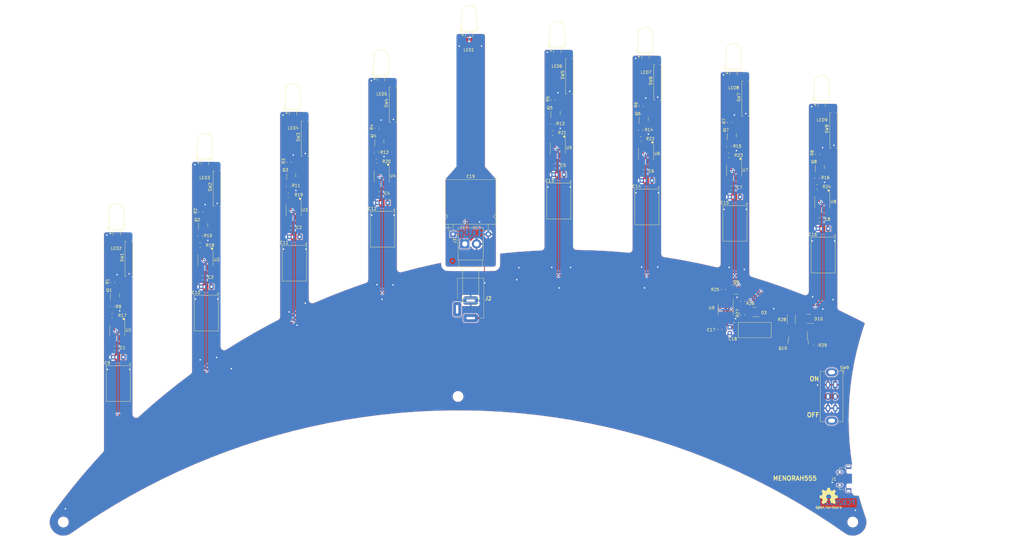
<source format=kicad_pcb>
(kicad_pcb (version 20211014) (generator pcbnew)
  (title_block (title "Menorah555") (date "2021-11-16") (rev "A"))
  (layers (0 "F.Cu" signal) (31 "B.Cu" signal) (34 "B.Paste" user) (35 "F.Paste" user) (36 "B.SilkS" user "B.Silkscreen") (37 "F.SilkS" user "F.Silkscreen") (38 "B.Mask" user) (39 "F.Mask" user) (44 "Edge.Cuts" user))
  (net 0 "")
  (net 1 "GND")
  (net 2 "+5V")
  (net 3 "Net-(C7-Pad1)")
  (net 4 "Net-(Q5-Pad1)")
  (net 5 "Net-(Q4-Pad1)")
  (net 6 "Net-(Q6-Pad1)")
  (net 7 "Net-(R11-Pad1)")
  (net 8 "Net-(R12-Pad1)")
  (net 9 "Net-(C1-Pad1)")
  (net 10 "Net-(C2-Pad1)")
  (net 11 "Net-(C5-Pad1)")
  (net 12 "Net-(C6-Pad1)")
  (net 13 "Net-(C19-Pad1)")
  (net 14 "Net-(D3-Pad2)")
  (net 15 "Net-(D10-Pad3)")
  (net 16 "Net-(D10-Pad2)")
  (net 17 "Net-(D10-Pad1)")
  (net 18 "Net-(J1-Pad4)")
  (net 19 "Net-(J1-Pad3)")
  (net 20 "Net-(J1-Pad2)")
  (net 21 "/V5_IN")
  (net 22 "Net-(Q1-Pad1)")
  (net 23 "/RST_N")
  (net 24 "Net-(Q2-Pad1)")
  (net 25 "Net-(Q3-Pad1)")
  (net 26 "Net-(Q7-Pad1)")
  (net 27 "Net-(Q8-Pad1)")
  (net 28 "Net-(Q9-Pad1)")
  (net 29 "Net-(U1-Pad7)")
  (net 30 "Net-(U2-Pad7)")
  (net 31 "Net-(U3-Pad7)")
  (net 32 "Net-(U4-Pad7)")
  (net 33 "Net-(U5-Pad7)")
  (net 34 "Net-(U6-Pad7)")
  (net 35 "Net-(U7-Pad7)")
  (net 36 "Net-(U8-Pad7)")
  (net 37 "Net-(U9-Pad7)")
  (net 38 "Net-(Q10-Pad3)")
  (net 39 "Net-(LED1-Pad2)")
  (net 40 "Net-(LED2-Pad2)")
  (net 41 "Net-(LED2-Pad1)")
  (net 42 "Net-(LED3-Pad1)")
  (net 43 "Net-(LED3-Pad2)")
  (net 44 "Net-(LED4-Pad1)")
  (net 45 "Net-(LED4-Pad2)")
  (net 46 "Net-(LED5-Pad2)")
  (net 47 "Net-(LED5-Pad1)")
  (net 48 "Net-(LED6-Pad1)")
  (net 49 "Net-(LED6-Pad2)")
  (net 50 "Net-(LED7-Pad2)")
  (net 51 "Net-(LED7-Pad1)")
  (net 52 "Net-(LED8-Pad2)")
  (net 53 "Net-(LED8-Pad1)")
  (net 54 "Net-(LED9-Pad1)")
  (net 55 "Net-(LED9-Pad2)")
  (net 56 "/SHLD")
  (net 57 "Net-(R9-Pad1)")
  (net 58 "Net-(R10-Pad1)")
  (net 59 "Net-(R13-Pad1)")
  (net 60 "Net-(R14-Pad1)")
  (net 61 "Net-(R15-Pad1)")
  (net 62 "Net-(R16-Pad1)")
  (net 63 "Net-(R25-Pad2)")
  (net 64 "Net-(C3-Pad1)")
  (net 65 "Net-(C4-Pad1)")
  (net 66 "Net-(C8-Pad1)")
  (net 67 "Net-(C17-Pad1)")
  (net 68 "Net-(C18-Pad1)")
  (net 69 "Net-(J2-Pad3)")
  (footprint "Package_TO_SOT_SMD:SOT-23" (layer "F.Cu") (at 315.58 150.76 180)
    (fp_text reference "D10")
    (fp_text value "BAV99")
  )
  (footprint "Package_TO_SOT_SMD:TO-252-2" (layer "F.Cu") (at 311.98 160.36 -90)
    (fp_text reference "Q10")
    (fp_text value "MJD31")
  )
  (footprint "Capacitor_SMD:C_0805_2012Metric" (layer "F.Cu") (at 285.32 154.32 -90)
    (fp_text reference "C17")
    (fp_text value "10nF")
  )
  (footprint "0_my_footprints:CP_Radial_Horizontal_D5.0mm_H11.0mm_P2.00mm" (layer "F.Cu") (at 288.72 154.57 -90)
    (fp_text reference "C18")
    (fp_text value "100uF")
  )
  (footprint "Package_TO_SOT_SMD:SOT-23" (layer "F.Cu") (at 297.12 148.4575 180)
    (fp_text reference "D3")
    (fp_text value "BAV99")
  )
  (footprint "Fiducial:Fiducial_1mm_Mask2mm" (layer "F.Cu") (at 68.245 213.425)
    (fp_text reference "FID1" hide)
    (fp_text value "Fiducial")
  )
  (footprint "Fiducial:Fiducial_1mm_Mask2mm" (layer "F.Cu") (at 328.6 154.2)
    (fp_text reference "FID2" hide)
    (fp_text value "Fiducial")
  )
  (footprint "0_my_footprints:Gravitech_CONSOCJ2155_2.1mm_5.5mm_Barrel_Jack" (layer "F.Cu") (at 200.5 150.5 -90)
    (fp_text reference "J2")
    (fp_text value "Jack5.5x2.1" hide)
  )
  (footprint "Symbol:OSHW-Logo2_9.8x8mm_SilkScreen" (layer "F.Cu") (at 322.4 212.03)
    (fp_text reference "LOGO2" hide)
    (fp_text value "Logo_Open_Hardware_Small" hide)
  )
  (footprint "Package_TO_SOT_SMD:SOT-23" (layer "F.Cu") (at 290.92 140.77)
    (fp_text reference "Q9")
    (fp_text value "MMBT3904")
  )
  (footprint "Resistor_SMD:R_0805_2012Metric" (layer "F.Cu") (at 293.12 149.37 90)
    (fp_text reference "R27")
    (fp_text value "4.7k")
  )
  (footprint "Resistor_SMD:R_0805_2012Metric" (layer "F.Cu") (at 286.52 140.77 -90)
    (fp_text reference "R25")
    (fp_text value "4.7k")
  )
  (footprint "Resistor_SMD:R_0805_2012Metric" (layer "F.Cu") (at 293.12 144.77 -90)
    (fp_text reference "R26")
    (fp_text value "10k")
  )
  (footprint "Resistor_SMD:R_2010_5025Metric" (layer "F.Cu") (at 309.69 150.83 -90)
    (fp_text reference "R28")
    (fp_text value "1.33")
  )
  (footprint "Resistor_SMD:R_0805_2012Metric" (layer "F.Cu") (at 317.98 159.76 90)
    (fp_text reference "R29")
    (fp_text value "150")
  )
  (footprint "Package_SO:SOIC-8_3.9x4.9mm_P1.27mm" (layer "F.Cu") (at 287.32 147.57 -90)
    (fp_text reference "U9")
    (fp_text value "TLC555")
  )
  (footprint "0_my_footprints:SW_Nidec_MFS201N-9-Z_DPDT_Straight" (layer "F.Cu") (at 323.4 177.2 -90)
    (fp_text reference "SW9")
    (fp_text value "SW_DPDT")
  )
  (footprint "0_my_footprints:LED_D5.0mm_Horizontal_SMT_O3.81mm_Z3.0mm" (layer "F.Cu") (at 80 124 180)
    (fp_text reference "LED2")
    (fp_text value "Y FLCKR LED")
  )
  (footprint "Capacitor_SMD:C_0805_2012Metric" (layer "F.Cu") (at 109.2 136.8)
    (fp_text reference "C2")
    (fp_text value "10nF")
  )
  (footprint "Resistor_SMD:R_0805_2012Metric" (layer "F.Cu") (at 78.6 138.4 -90)
    (fp_text reference "R1")
    (fp_text value "330")
  )
  (footprint "Package_TO_SOT_SMD:SOT-23" (layer "F.Cu") (at 169.4 90.2 90)
    (fp_text reference "Q4")
    (fp_text value "MMBT3904")
  )
  (footprint "Resistor_SMD:R_0805_2012Metric" (layer "F.Cu") (at 168.6 85.8 -90)
    (fp_text reference "R4")
    (fp_text value "330")
  )
  (footprint "0_my_footprints:SW_SPST_REED_59170-1-S-00-D" (layer "F.Cu") (at 174.1 77.725 90)
    (fp_text reference "SW4")
    (fp_text value "SW_Reed")
  )
  (footprint "Resistor_SMD:R_0805_2012Metric" (layer "F.Cu") (at 108.6 114.4 -90)
    (fp_text reference "R2")
    (fp_text value "330")
  )
  (footprint "0_my_footprints:LED_D5.0mm_Horizontal_SMT_O3.81mm_Z3.0mm" (layer "F.Cu") (at 200 56.4 180)
    (fp_text reference "LED1")
    (fp_text value "Y FLCKR LED")
  )
  (footprint "Resistor_SMD:R_0805_2012Metric" (layer "F.Cu") (at 138.4 105.6 90)
    (fp_text reference "R11")
    (fp_text value "4.7k")
  )
  (footprint "0_my_footprints:LED_D5.0mm_Horizontal_SMT_O3.81mm_Z3.0mm" (layer "F.Cu") (at 170 71.4 180)
    (fp_text reference "LED5")
    (fp_text value "Y FLCKR LED")
  )
  (footprint "Package_SO:SOIC-8_3.9x4.9mm_P1.27mm" (layer "F.Cu") (at 170.2 102.2 -90)
    (fp_text reference "U4")
    (fp_text value "TLC555")
  )
  (footprint "0_my_footprints:SW_SPST_REED_59170-1-S-00-D" (layer "F.Cu") (at 144.1 89.325 90)
    (fp_text reference "SW3")
    (fp_text value "SW_Reed")
  )
  (footprint "Package_SO:SOIC-8_3.9x4.9mm_P1.27mm" (layer "F.Cu") (at 140.2 113.8 -90)
    (fp_text reference "U3")
    (fp_text value "TLC555")
  )
  (footprint "Resistor_SMD:R_0805_2012Metric" (layer "F.Cu") (at 78.4 149.6 180)
    (fp_text reference "R17")
    (fp_text value "10k")
  )
  (footprint "Capacitor_SMD:C_0805_2012Metric" (layer "F.Cu") (at 79.2 160.8)
    (fp_text reference "C1")
    (fp_text value "10nF")
  )
  (footprint "0_my_footprints:CP_Supercap_DGH504Q5R5_Horizontal" (layer "F.Cu") (at 200.5 121.9 90)
    (fp_text reference "C19")
    (fp_text value "0.5F 5.5V")
  )
  (footprint "Package_TO_SOT_SMD:SOT-23" (layer "F.Cu") (at 109.4 118.8 90)
    (fp_text reference "Q2")
    (fp_text value "MMBT3904")
  )
  (footprint "Capacitor_SMD:C_0805_2012Metric" (layer "F.Cu") (at 169.2 108.2)
    (fp_text reference "C4")
    (fp_text value "10nF")
  )
  (footprint "0_my_footprints:LED_D5.0mm_Horizontal_SMT_O3.81mm_Z3.0mm" (layer "F.Cu") (at 110 100 180)
    (fp_text reference "LED3")
    (fp_text value "Y FLCKR LED")
  )
  (footprint "Resistor_SMD:R_0805_2012Metric" (layer "F.Cu") (at 108.4 122.6 90)
    (fp_text reference "R10")
    (fp_text value "4.7k")
  )
  (footprint "0_my_footprints:SW_SPST_REED_59170-1-S-00-D" (layer "F.Cu") (at 114.1 106.325 90)
    (fp_text reference "SW2")
    (fp_text value "SW_Reed")
  )
  (footprint "0_my_footprints:LED_D5.0mm_Horizontal_SMT_O3.81mm_Z3.0mm" (layer "F.Cu") (at 140 83 180)
    (fp_text reference "LED4")
    (fp_text value "Y FLCKR LED")
  )
  (footprint "Package_SO:SOIC-8_3.9x4.9mm_P1.27mm" (layer "F.Cu") (at 80.2 154.8 -90)
    (fp_text reference "U1")
    (fp_text value "TLC555")
  )
  (footprint "Package_TO_SOT_SMD:SOT-23" (layer "F.Cu") (at 79.4 142.8 90)
    (fp_text reference "Q1")
    (fp_text value "MMBT3904")
  )
  (footprint "Resistor_SMD:R_0805_2012Metric" (layer "F.Cu") (at 168.4 97 180)
    (fp_text reference "R20")
    (fp_text value "10k")
  )
  (footprint "Capacitor_SMD:C_0805_2012Metric" (layer "F.Cu") (at 139.2 119.8)
    (fp_text reference "C3")
    (fp_text value "10nF")
  )
  (footprint "0_my_footprints:KobiConn_173-5521TIP-EX_power_plug" (layer "F.Cu") (at 200.5 125.2 90)
    (fp_text reference "J3")
    (fp_text value "Plug5.5x2.1")
  )
  (footprint "0_my_footprints:CP_Radial_Horizontal_D8.0mm_L12.0mm_P3.50mm" (layer "F.Cu") (at 80.5 163.8 180)
    (fp_text reference "C9")
    (fp_text value "10uF")
  )
  (footprint "Package_SO:SOIC-8_3.9x4.9mm_P1.27mm" (layer "F.Cu") (at 110.2 130.8 -90)
    (fp_text reference "U2")
    (fp_text value "TLC555")
  )
  (footprint "Resistor_SMD:R_0805_2012Metric" (layer "F.Cu") (at 78.4 146.6 90)
    (fp_text reference "R9")
    (fp_text value "4.7k")
  )
  (footprint "0_my_footprints:CP_Radial_Horizontal_D8.0mm_L12.0mm_P3.50mm" (layer "F.Cu") (at 170.5 111.2 180)
    (fp_text reference "C12")
    (fp_text value "10uF")
  )
  (footprint "0_my_footprints:CP_Radial_Horizontal_D8.0mm_L12.0mm_P3.50mm" (layer "F.Cu") (at 110.5 139.8 180)
    (fp_text reference "C10")
    (fp_text value "10uF")
  )
  (footprint "Resistor_SMD:R_0805_2012Metric" (layer "F.Cu") (at 108.4 125.6 180)
    (fp_text reference "R18")
    (fp_text value "10k")
  )
  (footprint "0_my_footprints:CP_Radial_Horizontal_D8.0mm_L12.0mm_P3.50mm" (layer "F.Cu") (at 140.5 122.8 180)
    (fp_text reference "C11")
    (fp_text value "10uF")
  )
  (footprint "Resistor_SMD:R_0805_2012Metric" (layer "F.Cu") (at 138.4 108.6 180)
    (fp_text reference "R19")
    (fp_text value "10k")
  )
  (footprint "Package_TO_SOT_SMD:SOT-23" (layer "F.Cu") (at 139.4 101.8 90)
    (fp_text reference "Q3")
    (fp_text value "MMBT3904")
  )
  (footprint "Resistor_SMD:R_0805_2012Metric" (layer "F.Cu") (at 168.4 94 90)
    (fp_text reference "R12")
    (fp_text value "4.7k")
  )
  (footprint "Resistor_SMD:R_0805_2012Metric" (layer "F.Cu") (at 138.6 97.4 -90)
    (fp_text reference "R3")
    (fp_text value "330")
  )
  (footprint "0_my_footprints:SW_SPST_REED_59170-1-S-00-D" (layer "F.Cu") (at 84.1 130.325 90)
    (fp_text reference "SW1")
    (fp_text value "SW_Reed")
  )
  (footprint "0_my_footprints:SW_SPST_REED_59170-1-S-00-D" (layer "F.Cu") (at 234.1 68.125 90)
    (fp_text reference "SW5")
    (fp_text value "SW_Reed")
  )
  (footprint "Resistor_SMD:R_0805_2012Metric" (layer "F.Cu") (at 288.6 83.8 -90)
    (fp_text reference "R7")
    (fp_text value "330")
  )
  (footprint "Resistor_SMD:R_0805_2012Metric" (layer "F.Cu") (at 318.4 102.8 90)
    (fp_text reference "R16")
    (fp_text value "4.7k")
  )
  (footprint "Package_TO_SOT_SMD:SOT-23" (layer "F.Cu") (at 289.4 88.2 90)
    (fp_text reference "Q7")
    (fp_text value "MMBT3904")
  )
  (footprint "Resistor_SMD:R_0805_2012Metric" (layer "F.Cu") (at 288.4 95 180)
    (fp_text reference "R23")
    (fp_text value "10k")
  )
  (footprint "0_my_footprints:CP_Radial_Horizontal_D8.0mm_L12.0mm_P3.50mm" (layer "F.Cu") (at 290.5 109.2 180)
    (fp_text reference "C15")
    (fp_text value "10uF")
  )
  (footprint "Resistor_SMD:R_0805_2012Metric" (layer "F.Cu") (at 258.4 89.4 180)
    (fp_text reference "R22")
    (fp_text value "10k")
  )
  (footprint "0_my_footprints:CP_Radial_Horizontal_D8.0mm_L12.0mm_P3.50mm" (layer "F.Cu") (at 260.5 103.6 180)
    (fp_text reference "C14")
    (fp_text value "10uF")
  )
  (footprint "0_my_footprints:CP_Radial_Horizontal_D8.0mm_L12.0mm_P3.50mm" (layer "F.Cu") (at 320.5 120 180)
    (fp_text reference "C16")
    (fp_text value "10uF")
  )
  (footprint "Resistor_SMD:R_0805_2012Metric" (layer "F.Cu") (at 228.4 84.4 90)
    (fp_text reference "R13")
    (fp_text value "4.7k")
  )
  (footprint "Package_SO:SOIC-8_3.9x4.9mm_P1.27mm" (layer "F.Cu") (at 260.2 94.6 -90)
    (fp_text reference "U6")
    (fp_text value "TLC555")
  )
  (footprint "0_my_footprints:CP_Radial_Horizontal_D8.0mm_L12.0mm_P3.50mm" (layer "F.Cu") (at 230.5 101.6 180)
    (fp_text reference "C13")
    (fp_text value "10uF")
  )
  (footprint "Capacitor_SMD:C_0805_2012Metric" (layer "F.Cu") (at 289.2 106.2)
    (fp_text reference "C7")
    (fp_text value "10nF")
  )
  (footprint "Resistor_SMD:R_0805_2012Metric" (layer "F.Cu") (at 318.4 105.8 180)
    (fp_text reference "R24")
    (fp_text value "10k")
  )
  (footprint "Package_TO_SOT_SMD:SOT-23" (layer "F.Cu") (at 229.4 80.6 90)
    (fp_text reference "Q5")
    (fp_text value "MMBT3904")
  )
  (footprint "Package_SO:SOIC-8_3.9x4.9mm_P1.27mm" (layer "F.Cu") (at 230.2 92.6 -90)
    (fp_text reference "U5")
    (fp_text value "TLC555")
  )
  (footprint "0_my_footprints:LED_D5.0mm_Horizontal_SMT_O3.81mm_Z3.0mm" (layer "F.Cu") (at 290 69.4 180)
    (fp_text reference "LED8")
    (fp_text value "Y FLCKR LED")
  )
  (footprint "0_my_footprints:SW_SPST_REED_59170-1-S-00-D" (layer "F.Cu") (at 264.1 70.125 90)
    (fp_text reference "SW6")
    (fp_text value "SW_Reed")
  )
  (footprint "Resistor_SMD:R_0805_2012Metric" (layer "F.Cu") (at 258.4 86.4 90)
    (fp_text reference "R14")
    (fp_text value "4.7k")
  )
  (footprint "0_my_footprints:LED_D5.0mm_Horizontal_SMT_O3.81mm_Z3.0mm" (layer "F.Cu") (at 260 63.8 180)
    (fp_text reference "LED7")
    (fp_text value "Y FLCKR LED")
  )
  (footprint "Capacitor_SMD:C_0805_2012Metric" (layer "F.Cu") (at 319.2 117)
    (fp_text reference "C8")
    (fp_text value "10nF")
  )
  (footprint "Package_TO_SOT_SMD:SOT-23" (layer "F.Cu") (at 259.4 82.6 90)
    (fp_text reference "Q6")
    (fp_text value "MMBT3904")
  )
  (footprint "Capacitor_SMD:C_0805_2012Metric" (layer "F.Cu") (at 229.2 98.6)
    (fp_text reference "C5")
    (fp_text value "10nF")
  )
  (footprint "Resistor_SMD:R_0805_2012Metric" (layer "F.Cu") (at 228.4 87.4 180)
    (fp_text reference "R21")
    (fp_text value "10k")
  )
  (footprint "Package_SO:SOIC-8_3.9x4.9mm_P1.27mm" (layer "F.Cu") (at 290.2 100.2 -90)
    (fp_text reference "U7")
    (fp_text value "TLC555")
  )
  (footprint "0_my_footprints:SW_SPST_REED_59170-1-S-00-D" (layer "F.Cu") (at 294.1 75.725 90)
    (fp_text reference "SW7")
    (fp_text value "SW_Reed")
  )
  (footprint "Package_SO:SOIC-8_3.9x4.9mm_P1.27mm" (layer "F.Cu") (at 320.2 111 -90)
    (fp_text reference "U8")
    (fp_text value "TLC555")
  )
  (footprint "0_my_footprints:LED_D5.0mm_Horizontal_SMT_O3.81mm_Z3.0mm" (layer "F.Cu") (at 320 80.2 180)
    (fp_text reference "LED9")
    (fp_text value "Y FLCKR LED")
  )
  (footprint "Resistor_SMD:R_0805_2012Metric" (layer "F.Cu") (at 288.4 92 90)
    (fp_text reference "R15")
    (fp_text value "4.7k")
  )
  (footprint "Resistor_SMD:R_0805_2012Metric" (layer "F.Cu") (at 258.6 78.2 -90)
    (fp_text reference "R6")
    (fp_text value "330")
  )
  (footprint "0_my_footprints:SW_SPST_REED_59170-1-S-00-D" (layer "F.Cu") (at 324.1 86.525 90)
    (fp_text reference "SW8")
    (fp_text value "SW_Reed")
  )
  (footprint "Resistor_SMD:R_0805_2012Metric" (layer "F.Cu") (at 318.6 94.6 -90)
    (fp_text reference "R8")
    (fp_text value "330")
  )
  (footprint "Package_TO_SOT_SMD:SOT-23" (layer "F.Cu") (at 319.4 99 90)
    (fp_text reference "Q8")
    (fp_text value "MMBT3904")
  )
  (footprint "Resistor_SMD:R_0805_2012Metric" (layer "F.Cu") (at 228.6 76.2 -90)
    (fp_text reference "R5")
    (fp_text value "330")
  )
  (footprint "Capacitor_SMD:C_0805_2012Metric" (layer "F.Cu") (at 259.2 100.6)
    (fp_text reference "C6")
    (fp_text value "10nF")
  )
  (footprint "0_my_footprints:LED_D5.0mm_Horizontal_SMT_O3.81mm_Z3.0mm" (layer "F.Cu") (at 230 61.8 180)
    (fp_text reference "LED6")
    (fp_text value "Y FLCKR LED")
  )
  (footprint "MountingHole:MountingHole_3.2mm_M3" (layer "F.Cu") (at 61.8 220)
    (fp_text reference "H1" hide)
    (fp_text value "Hole 3.2mm")
  )
  (footprint "MountingHole:MountingHole_3.2mm_M3" (layer "F.Cu") (at 196.2 177.2)
    (fp_text reference "H2" hide)
    (fp_text value "Hole 3.2mm")
  )
  (footprint "MountingHole:MountingHole_3.2mm_M3" (layer "F.Cu") (at 330.6 220)
    (fp_text reference "H3" hide)
    (fp_text value "Hole 3.2mm")
  )
  (footprint "0_my_footprints:MOLEX_47590-0001" (layer "F.Cu") (at 329.15 205.2 90)
    (fp_text reference "J1")
    (fp_text value "USB_B_Micro")
  )
  (footprint "Resistor_SMD:R_0805_2012Metric" (layer "B.Cu") (at 202.6125 121.4 180)
    (fp_text reference "R30")
    (fp_text value "100k")
  )
  (footprint "Resistor_SMD:R_0805_2012Metric" (layer "B.Cu") (at 198.3 121.4)
    (fp_text reference "R31")
    (fp_text value "330")
  )
  (footprint "Fiducial:Fiducial_1mm_Mask2mm" (layer "B.Cu") (at 200.01 55.46)
    (fp_text reference "FID3" hide)
    (fp_text value "Fiducial" hide)
  )
  (footprint "Fiducial:Fiducial_1mm_Mask2mm" (layer "B.Cu") (at 194.31 131.01)
    (fp_text reference "FID4" hide)
    (fp_text value "Fiducial" hide)
  )
  (gr_line (start 78.2 121.6) (end 77.4 121.6) (layer "F.SilkS") (width 0.15))
  (gr_line (start 107.8 97.2) (end 107.8 98) (layer "F.SilkS") (width 0.15))
  (gr_circle (center 172.4 98.2) (end 172.6 98.2) (layer "F.SilkS") (width 0.4) (fill none))
  (gr_circle (center 142.4 109.8) (end 142.6 109.8) (layer "F.SilkS") (width 0.4) (fill none))
  (gr_line (start 137.8 80.2) (end 137.8 81) (layer "F.SilkS") (width 0.15))
  (gr_circle (center 82.4 150.8) (end 82.6 150.8) (layer "F.SilkS") (width 0.4) (fill none))
  (gr_line (start 77.8 121.2) (end 77.8 122) (layer "F.SilkS") (width 0.15))
  (gr_circle (center 112.4 126.8) (end 112.6 126.8) (layer "F.SilkS") (width 0.4) (fill none))
  (gr_line (start 197.8 53.6) (end 197.8 54.4) (layer "F.SilkS") (width 0.15))
  (gr_line (start 198.2 54) (end 197.4 54) (layer "F.SilkS") (width 0.15))
  (gr_line (start 108.2 97.6) (end 107.4 97.6) (layer "F.SilkS") (width 0.15))
  (gr_line (start 138.2 80.6) (end 137.4 80.6) (layer "F.SilkS") (width 0.15))
  (gr_line (start 167.8 68.6) (end 167.8 69.4) (layer "F.SilkS") (width 0.15))
  (gr_line (start 168.2 69) (end 167.4 69) (layer "F.SilkS") (width 0.15))
  (gr_line (start 318.2 77.8) (end 317.4 77.8) (layer "F.SilkS") (width 0.15))
  (gr_line (start 317.8 77.4) (end 317.8 78.2) (layer "F.SilkS") (width 0.15))
  (gr_line (start 288.2 67) (end 287.4 67) (layer "F.SilkS") (width 0.15))
  (gr_line (start 258.2 61.4) (end 257.4 61.4) (layer "F.SilkS") (width 0.15))
  (gr_circle (center 262.4 90.6) (end 262.6 90.6) (layer "F.SilkS") (width 0.4) (fill none))
  (gr_line (start 227.8 59) (end 227.8 59.8) (layer "F.SilkS") (width 0.15))
  (gr_circle (center 232.4 88.6) (end 232.6 88.6) (layer "F.SilkS") (width 0.4) (fill none))
  (gr_line (start 287.8 66.6) (end 287.8 67.4) (layer "F.SilkS") (width 0.15))
  (gr_circle (center 292.4 96.2) (end 292.6 96.2) (layer "F.SilkS") (width 0.4) (fill none))
  (gr_circle (center 322.4 107) (end 322.6 107) (layer "F.SilkS") (width 0.4) (fill none))
  (gr_line (start 257.8 61) (end 257.8 61.8) (layer "F.SilkS") (width 0.15))
  (gr_line (start 228.2 59.4) (end 227.4 59.4) (layer "F.SilkS") (width 0.15))
  (gr_line (start 196.4 53.4) (end 204.6 53.4) (layer "Edge.Cuts") (width 0.05))
  (gr_arc (start 135.4 81) (mid 135.692893 80.292893) (end 136.4 80) (layer "Edge.Cuts") (width 0.05))
  (gr_line (start 175.6 69.4) (end 175.6 133.66) (layer "Edge.Cuts") (width 0.05))
  (gr_line (start 85.6 122) (end 85.6 183.26) (layer "Edge.Cuts") (width 0.05))
  (gr_line (start 205.6 98.8) (end 209.3 103) (layer "Edge.Cuts") (width 0.05))
  (gr_arc (start 84.6 121) (mid 85.307107 121.292893) (end 85.6 122) (layer "Edge.Cuts") (width 0.05))
  (gr_line (start 76.4 121) (end 84.6 121) (layer "Edge.Cuts") (width 0.05))
  (gr_line (start 195.4 98.8) (end 191.7 103) (layer "Edge.Cuts") (width 0.05))
  (gr_arc (start 75.4 122) (mid 75.692893 121.292893) (end 76.4 121) (layer "Edge.Cuts") (width 0.05))
  (gr_line (start 75.4 195.37) (end 75.4 122) (layer "Edge.Cuts") (width 0.05))
  (gr_line (start 136.4 80) (end 144.6 80) (layer "Edge.Cuts") (width 0.05))
  (gr_arc (start 165.4 69.4) (mid 165.692893 68.692893) (end 166.4 68.4) (layer "Edge.Cuts") (width 0.05))
  (gr_line (start 165.4 137.37) (end 165.4 69.4) (layer "Edge.Cuts") (width 0.05))
  (gr_arc (start 114.6 97) (mid 115.307107 97.292893) (end 115.6 98) (layer "Edge.Cuts") (width 0.05))
  (gr_line (start 166.4 68.4) (end 174.6 68.4) (layer "Edge.Cuts") (width 0.05))
  (gr_line (start 115.6 98) (end 115.6 160.23) (layer "Edge.Cuts") (width 0.05))
  (gr_line (start 145.6 81) (end 145.6 144.23) (layer "Edge.Cuts") (width 0.05))
  (gr_line (start 195.4 54.4) (end 195.4 98.8) (layer "Edge.Cuts") (width 0.05))
  (gr_arc (start 174.6 68.4) (mid 175.307107 68.692893) (end 175.6 69.4) (layer "Edge.Cuts") (width 0.05))
  (gr_line (start 105.4 168.61) (end 105.4 98) (layer "Edge.Cuts") (width 0.05))
  (gr_line (start 206.8 133.2) (end 208.3 133.2) (layer "Edge.Cuts") (width 0.05))
  (gr_line (start 135.4 150.01) (end 135.4 81) (layer "Edge.Cuts") (width 0.05))
  (gr_arc (start 195.4 54.4) (mid 195.692893 53.692893) (end 196.4 53.4) (layer "Edge.Cuts") (width 0.05))
  (gr_line (start 191.7 103) (end 191.7 132.2) (layer "Edge.Cuts") (width 0.05))
  (gr_line (start 106.4 97) (end 114.6 97) (layer "Edge.Cuts") (width 0.05))
  (gr_arc (start 144.6 80) (mid 145.307107 80.292893) (end 145.6 81) (layer "Edge.Cuts") (width 0.05))
  (gr_arc (start 105.4 98) (mid 105.692893 97.292893) (end 106.4 97) (layer "Edge.Cuts") (width 0.05))
  (gr_line (start 209.3 103) (end 209.3 132.2) (layer "Edge.Cuts") (width 0.05))
  (gr_line (start 205.6 54.4) (end 205.6 98.8) (layer "Edge.Cuts") (width 0.05))
  (gr_arc (start 204.6 53.4) (mid 205.307107 53.692893) (end 205.6 54.4) (layer "Edge.Cuts") (width 0.05))
  (gr_arc (start 255.4 61.8) (mid 255.692893 61.092893) (end 256.4 60.8) (layer "Edge.Cuts") (width 0.05))
  (gr_arc (start 294.6 66.4) (mid 295.307107 66.692893) (end 295.6 67.4) (layer "Edge.Cuts") (width 0.05))
  (gr_line (start 256.4 60.8) (end 264.6 60.8) (layer "Edge.Cuts") (width 0.05))
  (gr_line (start 285.4 131.97) (end 285.4 67.4) (layer "Edge.Cuts") (width 0.05))
  (gr_line (start 255.4 126.99) (end 255.4 61.8) (layer "Edge.Cuts") (width 0.05))
  (gr_arc (start 324.6 77.2) (mid 325.307107 77.492893) (end 325.6 78.2) (layer "Edge.Cuts") (width 0.05))
  (gr_line (start 295.6 67.4) (end 295.6 135.26) (layer "Edge.Cuts") (width 0.05))
  (gr_line (start 265.6 61.8) (end 265.6 128.5) (layer "Edge.Cuts") (width 0.05))
  (gr_line (start 316.4 77.2) (end 324.6 77.2) (layer "Edge.Cuts") (width 0.05))
  (gr_arc (start 264.6 60.8) (mid 265.307107 61.092893) (end 265.6 61.8) (layer "Edge.Cuts") (width 0.05))
  (gr_line (start 315.4 141.47) (end 315.4 78.2) (layer "Edge.Cuts") (width 0.05))
  (gr_arc (start 315.4 78.2) (mid 315.692893 77.492893) (end 316.4 77.2) (layer "Edge.Cuts") (width 0.05))
  (gr_line (start 286.4 66.4) (end 294.6 66.4) (layer "Edge.Cuts") (width 0.05))
  (gr_line (start 225.4 126.22) (end 225.4 59.8) (layer "Edge.Cuts") (width 0.05))
  (gr_arc (start 225.4 59.8) (mid 225.692893 59.092893) (end 226.4 58.8) (layer "Edge.Cuts") (width 0.05))
  (gr_line (start 226.4 58.8) (end 234.6 58.8) (layer "Edge.Cuts") (width 0.05))
  (gr_arc (start 234.6 58.8) (mid 235.307107 59.092893) (end 235.6 59.8) (layer "Edge.Cuts") (width 0.05))
  (gr_line (start 235.6 59.8) (end 235.6 126.03) (layer "Edge.Cuts") (width 0.05))
  (gr_line (start 325.6 78.2) (end 325.6 146.76) (layer "Edge.Cuts") (width 0.05))
  (gr_arc (start 285.4 67.4) (mid 285.692893 66.692893) (end 286.4 66.4) (layer "Edge.Cuts") (width 0.05))
  (gr_arc (start 64.764915 223.901327) (mid 58.379768 223.509001) (end 57.824 217.136) (layer "Edge.Cuts") (width 0.05))
  (gr_line (start 64.764915 223.901327) (end 64.850309 223.837228) (layer "Edge.Cuts") (width 0.05))
  (gr_line (start 327.511852 223.813089) (end 327.603497 223.876946) (layer "Edge.Cuts") (width 0.05))
  (gr_line (start 334.963541 152.291394) (end 334.868155 152.553185) (layer "Edge.Cuts") (width 0.05))
  (gr_arc (start 335.03 217.906) (mid 333.938841 214.606449) (end 332.9635 211.270827) (layer "Edge.Cuts") (width 0.05))
  (gr_line (start 331.6 210.8) (end 332.6 210.8) (layer "Edge.Cuts") (width 0.05))
  (gr_arc (start 332.6 210.8) (mid 332.782628 210.861994) (end 332.889778 211.022354) (layer "Edge.Cuts") (width 0.05))
  (gr_line (start 332.889778 211.022354) (end 332.9635 211.270827) (layer "Edge.Cuts") (width 0.05))
  (gr_arc (start 209.3 132.2) (mid 209.007107 132.907107) (end 208.3 133.2) (layer "Edge.Cuts") (width 0.05))
  (gr_arc (start 192.7 134.2) (mid 191.285786 133.614214) (end 190.7 132.2) (layer "Edge.Cuts") (width 0.05))
  (gr_arc (start 210.3 132.2) (mid 209.714214 133.614214) (end 208.3 134.2) (layer "Edge.Cuts") (width 0.05))
  (gr_line (start 190.7 132.2) (end 190.7 131.94) (layer "Edge.Cuts") (width 0.05))
  (gr_line (start 210.3 132.2) (end 210.3 128.74) (layer "Edge.Cuts") (width 0.05))
  (gr_arc (start 57.824 217.136) (mid 66.010862 206.482268) (end 74.841689 196.355905) (layer "Edge.Cuts") (width 0.05))
  (gr_arc (start 105.4 168.61) (mid 105.27462 169.09481) (end 104.929919 169.458048) (layer "Edge.Cuts") (width 0.05))
  (gr_arc (start 147.022618 145.136308) (mid 146.0627 145.073391) (end 145.6 144.23) (layer "Edge.Cuts") (width 0.05))
  (gr_arc (start 176.925568 134.605519) (mid 176.019297 134.474116) (end 175.6 133.66) (layer "Edge.Cuts") (width 0.05))
  (gr_arc (start 236.634899 127.029391) (mid 235.905341 126.74934) (end 235.6 126.03) (layer "Edge.Cuts") (width 0.05))
  (gr_arc (start 266.392088 129.478148) (mid 265.822854 129.129321) (end 265.6 128.5) (layer "Edge.Cuts") (width 0.05))
  (gr_arc (start 296.341181 136.225926) (mid 295.806647 135.868762) (end 295.6 135.26) (layer "Edge.Cuts") (width 0.05))
  (gr_arc (start 326.209269 147.680505) (mid 325.766114 147.311937) (end 325.6 146.76) (layer "Edge.Cuts") (width 0.05))
  (gr_arc (start 135.4 150.01) (mid 135.27462 150.49481) (end 134.929919 150.858048) (layer "Edge.Cuts") (width 0.05))
  (gr_arc (start 165.4 137.37) (mid 165.193353 137.978761) (end 164.658819 138.335926) (layer "Edge.Cuts") (width 0.05))
  (gr_arc (start 225.4 126.22) (mid 225.166044 126.862788) (end 224.573648 127.204808) (layer "Edge.Cuts") (width 0.05))
  (gr_arc (start 255.4 126.99) (mid 255.07559 127.727277) (end 254.312844 127.986195) (layer "Edge.Cuts") (width 0.05))
  (gr_arc (start 285.4 131.97) (mid 285.008761 132.763353) (end 284.141181 132.935926) (layer "Edge.Cuts") (width 0.05))
  (gr_arc (start 315.4 141.47) (mid 314.9373 142.313391) (end 313.977382 142.376308) (layer "Edge.Cuts") (width 0.05))
  (gr_line (start 87.6 183.7) (end 87.294658 183.97934) (layer "Edge.Cuts") (width 0.05))
  (gr_line (start 75.069131 196.113145) (end 74.841689 196.355905) (layer "Edge.Cuts") (width 0.05))
  (gr_line (start 104.841866 169.519312) (end 104.929919 169.458048) (layer "Edge.Cuts") (width 0.05))
  (gr_arc (start 117.4 160.9) (mid 125.985531 155.709815) (end 134.801847 150.922131) (layer "Edge.Cuts") (width 0.05))
  (gr_line (start 134.929919 150.858048) (end 134.801847 150.922131) (layer "Edge.Cuts") (width 0.05))
  (gr_line (start 117.4 160.9) (end 117.22932 161.007146) (layer "Edge.Cuts") (width 0.05))
  (gr_arc (start 147.1 145.1) (mid 155.677526 141.572518) (end 164.398003 138.414929) (layer "Edge.Cuts") (width 0.05))
  (gr_line (start 164.658819 138.335926) (end 164.398003 138.414929) (layer "Edge.Cuts") (width 0.05))
  (gr_line (start 147.1 145.1) (end 147.022618 145.136308) (layer "Edge.Cuts") (width 0.05))
  (gr_arc (start 177.3 134.5) (mid 183.537011 132.913946) (end 189.818328 131.513618) (layer "Edge.Cuts") (width 0.05))
  (gr_line (start 177.3 134.5) (end 176.925568 134.605519) (layer "Edge.Cuts") (width 0.05))
  (gr_line (start 189.818328 131.513618) (end 190.07059 131.457037) (layer "Edge.Cuts") (width 0.05))
  (gr_arc (start 211.1 128.2) (mid 217.697778 127.605242) (end 224.310641 127.212249) (layer "Edge.Cuts") (width 0.05))
  (gr_line (start 211.1 128.2) (end 210.713176 128.247596) (layer "Edge.Cuts") (width 0.05))
  (gr_line (start 224.310641 127.212249) (end 224.573648 127.204808) (layer "Edge.Cuts") (width 0.05))
  (gr_arc (start 236.94 127.03) (mid 245.451909 127.317727) (end 253.94596 127.939407) (layer "Edge.Cuts") (width 0.05))
  (gr_line (start 236.634899 127.029391) (end 236.94 127.03) (layer "Edge.Cuts") (width 0.05))
  (gr_line (start 253.94596 127.939407) (end 254.312844 127.986195) (layer "Edge.Cuts") (width 0.05))
  (gr_arc (start 266.73 129.52) (mid 275.306981 131.011436) (end 283.817199 132.845881) (layer "Edge.Cuts") (width 0.05))
  (gr_line (start 266.392088 129.478148) (end 266.73 129.52) (layer "Edge.Cuts") (width 0.05))
  (gr_line (start 283.817199 132.845881) (end 284.141181 132.935926) (layer "Edge.Cuts") (width 0.05))
  (gr_arc (start 296.54 136.28) (mid 305.179251 139.086465) (end 313.693401 142.252243) (layer "Edge.Cuts") (width 0.05))
  (gr_line (start 296.341181 136.225926) (end 296.54 136.28) (layer "Edge.Cuts") (width 0.05))
  (gr_line (start 313.693401 142.252243) (end 313.977382 142.376308) (layer "Edge.Cuts") (width 0.05))
  (gr_arc (start 326.34 147.74) (mid 330.427785 149.719567) (end 334.473216 151.784307) (layer "Edge.Cuts") (width 0.05))
  (gr_line (start 326.209269 147.680505) (end 326.34 147.74) (layer "Edge.Cuts") (width 0.05))
  (gr_line (start 334.473216 151.784307) (end 334.841394 151.986459) (layer "Edge.Cuts") (width 0.05))
  (gr_line (start 329.03 207.149) (end 330.6 207.149) (layer "Edge.Cuts") (width 0.05))
  (gr_line (start 329.03 207.999) (end 330.6 207.999) (layer "Edge.Cuts") (width 0.05))
  (gr_line (start 329.03 202.399) (end 330.6 202.399) (layer "Edge.Cuts") (width 0.05))
  (gr_line (start 329.03 203.249) (end 330.6 203.249) (layer "Edge.Cuts") (width 0.05))
  (gr_arc (start 329.03 203.249) (mid 328.605 202.824) (end 329.03 202.399) (layer "Edge.Cuts") (width 0.05))
  (gr_line (start 330.6 208) (end 330.6 209.8) (layer "Edge.Cuts") (width 0.05))
  (gr_arc (start 194.2 133.2) (mid 194.7 133.7) (end 194.2 134.2) (layer "Edge.Cuts") (width 0.05))
  (gr_arc (start 197.6 134.2) (mid 197.1 133.7) (end 197.6 133.2) (layer "Edge.Cuts") (width 0.05))
  (gr_line (start 192.7 133.2) (end 194.2 133.2) (layer "Edge.Cuts") (width 0.05))
  (gr_line (start 197.6 134.2) (end 203.4 134.2) (layer "Edge.Cuts") (width 0.05))
  (gr_line (start 197.6 133.2) (end 203.4 133.2) (layer "Edge.Cuts") (width 0.05))
  (gr_line (start 206.8 134.2) (end 208.3 134.2) (layer "Edge.Cuts") (width 0.05))
  (gr_arc (start 334.841394 151.986459) (mid 334.965622 152.113629) (end 334.963541 152.291394) (layer "Edge.Cuts") (width 0.05))
  (gr_arc (start 87.294658 183.97934) (mid 86.209269 184.180505) (end 85.6 183.26) (layer "Edge.Cuts") (width 0.05))
  (gr_arc (start 329.03 207.999) (mid 328.605 207.574) (end 329.03 207.149) (layer "Edge.Cuts") (width 0.05))
  (gr_arc (start 75.4 195.37) (mid 75.313545 195.776736) (end 75.069131 196.113145) (layer "Edge.Cuts") (width 0.05))
  (gr_arc (start 331.6 210.8) (mid 330.892893 210.507107) (end 330.6 209.8) (layer "Edge.Cuts") (width 0.05))
  (gr_arc (start 192.7 133.2) (mid 191.992893 132.907107) (end 191.7 132.2) (layer "Edge.Cuts") (width 0.05))
  (gr_arc (start 330.6 200.2) (mid 329.830032 176.116451) (end 334.868155 152.553185) (layer "Edge.Cuts") (width 0.05))
  (gr_arc (start 210.3 128.74) (mid 210.416978 128.418606) (end 210.713176 128.247596) (layer "Edge.Cuts") (width 0.05))
  (gr_arc (start 64.85 223.84) (mid 196.176658 182.165921) (end 327.511852 223.813089) (layer "Edge.Cuts") (width 0.05))
  (gr_line (start 330.6 203.25) (end 330.6 207.149) (layer "Edge.Cuts") (width 0.05))
  (gr_arc (start 335.03 217.906) (mid 333.670306 223.818764) (end 327.603497 223.876946) (layer "Edge.Cuts") (width 0.05))
  (gr_arc (start 117.22932 161.007146) (mid 116.169489 161.132585) (end 115.6 160.23) (layer "Edge.Cuts") (width 0.05))
  (gr_arc (start 87.6 183.7) (mid 96.038362 176.387673) (end 104.841866 169.519312) (layer "Edge.Cuts") (width 0.05))
  (gr_line (start 192.7 134.2) (end 194.2 134.2) (layer "Edge.Cuts") (width 0.05))
  (gr_arc (start 206.8 134.2) (mid 206.3 133.7) (end 206.8 133.2) (layer "Edge.Cuts") (width 0.05))
  (gr_arc (start 203.4 133.2) (mid 203.9 133.7) (end 203.4 134.2) (layer "Edge.Cuts") (width 0.05))
  (gr_line (start 330.6 202.399) (end 330.6 200.2) (layer "Edge.Cuts") (width 0.05))
  (gr_arc (start 190.07059 131.457037) (mid 190.50438 131.543324) (end 190.7 131.94) (layer "Edge.Cuts") (width 0.05))
  (gr_text "PCB2002A" (at 325.79 213.34) (layer "B.Cu") (effects (font (size 1.5 1.5) (thickness 0.3)) (justify mirror)))
  (gr_text "OFF" (at 317.1 183.5) (layer "F.SilkS") (effects (font (size 1.5 1.5) (thickness 0.3))))
  (gr_text "ON" (at 317.5 171.2) (layer "F.SilkS") (effects (font (size 1.5 1.5) (thickness 0.3))))
  (gr_text "MENORAH555" (at 310.9 205.1) (layer "F.SilkS") (effects (font (size 1.5 1.5) (thickness 0.3))))
  (segment (start 80.15 162.4) (end 78.75 163.8) (width 0.6) (layer "F.Cu") (net 1))
  (segment (start 170.15 109.8) (end 168.75 111.2) (width 0.6) (layer "F.Cu") (net 1))
  (segment (start 170.15 108.2) (end 170.15 109.8) (width 0.6) (layer "F.Cu") (net 1))
  (segment (start 140.15 121.4) (end 138.75 122.8) (width 0.6) (layer "F.Cu") (net 1))
  (segment (start 80.15 160.8) (end 80.15 162.4) (width 0.6) (layer "F.Cu") (net 1))
  (segment (start 110.15 138.4) (end 108.75 139.8) (width 0.6) (layer "F.Cu") (net 1))
  (segment (start 140.15 119.8) (end 140.15 121.4) (width 0.6) (layer "F.Cu") (net 1))
  (segment (start 110.15 136.8) (end 110.15 138.4) (width 0.6) (layer "F.Cu") (net 1))
  (segment (start 260.15 100.6) (end 260.15 102.2) (width 0.6) (layer "F.Cu") (net 1))
  (segment (start 290.15 106.2) (end 290.15 107.8) (width 0.6) (layer "F.Cu") (net 1))
  (segment (start 260.15 102.2) (end 258.75 103.6) (width 0.6) (layer "F.Cu") (net 1))
  (segment (start 230.15 98.6) (end 230.15 100.2) (width 0.6) (layer "F.Cu") (net 1))
  (segment (start 290.15 107.8) (end 288.75 109.2) (width 0.6) (layer "F.Cu") (net 1))
  (segment (start 320.15 117) (end 320.15 118.6) (width 0.6) (layer "F.Cu") (net 1))
  (segment (start 320.15 118.6) (end 318.75 120) (width 0.6) (layer "F.Cu") (net 1))
  (segment (start 230.15 100.2) (end 228.75 101.6) (width 0.6) (layer "F.Cu") (net 1))
  (segment (start 203.46 117.71) (end 203.53 117.71) (width 0.6) (layer "F.Cu") (net 1))
  (segment (start 205.2 138.4) (end 205.3 138.5) (width 0.25) (layer "F.Cu") (net 1))
  (segment (start 202.5 125.2) (end 202.5 130.1) (width 0.25) (layer "F.Cu") (net 1))
  (segment (start 205.2 132.8) (end 205.2 138.4) (width 0.25) (layer "F.Cu") (net 1))
  (segment (start 200.68 114.93) (end 203.46 117.71) (width 0.6) (layer "F.Cu") (net 1))
  (segment (start 201.27 56.4) (end 200.68 56.99) (width 0.6) (layer "F.Cu") (net 1))
  (segment (start 200.68 56.99) (end 200.68 114.93) (width 0.6) (layer "F.Cu") (net 1))
  (segment (start 202.5 130.1) (end 205.2 132.8) (width 0.25) (layer "F.Cu") (net 1))
  (via (at 170 83) (size 1) (drill 0.5) (layers "F.Cu" "B.Cu") (net 1))
  (via (at 174.4 115.4) (size 1) (drill 0.5) (layers "F.Cu" "B.Cu") (net 1))
  (via (at 84.4 168) (size 1) (drill 0.5) (layers "F.Cu" "B.Cu") (net 1))
  (via (at 84.2 135.4) (size 1) (drill 0.5) (layers "F.Cu" "B.Cu") (net 1))
  (via (at 106.6 98.2) (size 1) (drill 0.5) (layers "F.Cu" "B.Cu") (net 1))
  (via (at 144.4 127) (size 1) (drill 0.5) (layers "F.Cu" "B.Cu") (net 1))
  (via (at 144.2 94.4) (size 1) (drill 0.5) (layers "F.Cu" "B.Cu") (net 1))
  (via (at 110.1 111.8) (size 1) (drill 0.5) (layers "F.Cu" "B.Cu") (net 1))
  (via (at 136.6 81.3) (size 1) (drill 0.5) (layers "F.Cu" "B.Cu") (net 1))
  (via (at 140.1 94.9) (size 1) (drill 0.5) (layers "F.Cu" "B.Cu") (net 1))
  (via (at 141 107) (size 1) (drill 0.5) (layers "F.Cu" "B.Cu") (net 1))
  (via (at 81 148) (size 1) (drill 0.5) (layers "F.Cu" "B.Cu") (net 1))
  (via (at 174.2 82.8) (size 1) (drill 0.5) (layers "F.Cu" "B.Cu") (net 1))
  (via (at 76.8 168) (size 1) (drill 0.5) (layers "F.Cu" "B.Cu") (net 1))
  (via (at 114.4 144) (size 1) (drill 0.5) (layers "F.Cu" "B.Cu") (net 1))
  (via (at 166.8 115.4) (size 1) (drill 0.5) (layers "F.Cu" "B.Cu") (net 1))
  (via (at 114.2 111.4) (size 1) (drill 0.5) (layers "F.Cu" "B.Cu") (net 1))
  (via (at 204.2 57.8) (size 1) (drill 0.5) (layers "F.Cu" "B.Cu") (net 1))
  (via (at 76.6 122.2) (size 1) (drill 0.5) (layers "F.Cu" "B.Cu") (net 1))
  (via (at 111 124) (size 1) (drill 0.5) (layers "F.Cu" "B.Cu") (net 1))
  (via (at 136.8 127) (size 1) (drill 0.5) (layers "F.Cu" "B.Cu") (net 1))
  (via (at 171 95.4) (size 1) (drill 0.5) (layers "F.Cu" "B.Cu") (net 1))
  (via (at 196.6 57.8) (size 1) (drill 0.5) (layers "F.Cu" "B.Cu") (net 1))
  (via (at 80.1 135.7) (size 1) (drill 0.5) (layers "F.Cu" "B.Cu") (net 1))
  (via (at 106.8 144) (size 1) (drill 0.5) (layers "F.Cu" "B.Cu") (net 1))
  (via (at 166.7 69.6) (size 1) (drill 0.5) (layers "F.Cu" "B.Cu") (net 1))
  (via (at 316.6 78.4) (size 1) (drill 0.5) (layers "F.Cu" "B.Cu") (net 1))
  (via (at 256.8 107.8) (size 1) (drill 0.5) (layers "F.Cu" "B.Cu") (net 1))
  (via (at 230.2 73.7) (size 1) (drill 0.5) (layers "F.Cu" "B.Cu") (net 1))
  (via (at 321 104.2) (size 1) (drill 0.5) (layers "F.Cu" "B.Cu") (net 1))
  (via (at 286.8 113.4) (size 1) (drill 0.5) (layers "F.Cu" "B.Cu") (net 1))
  (via (at 261 87.8) (size 1) (drill 0.5) (layers "F.Cu" "B.Cu") (net 1))
  (via (at 226.6 59.9) (size 1) (drill 0.5) (layers "F.Cu" "B.Cu") (net 1))
  (via (at 264.2 75.2) (size 1) (drill 0.5) (layers "F.Cu" "B.Cu") (net 1))
  (via (at 316.8 124.2) (size 1) (drill 0.5) (layers "F.Cu" "B.Cu") (net 1))
  (via (at 264.4 107.8) (size 1) (drill 0.5) (layers "F.Cu" "B.Cu") (net 1))
  (via (at 226.8 105.8) (size 1) (drill 0.5) (layers "F.Cu" "B.Cu") (net 1))
  (via (at 324.2 91.6) (size 1) (drill 0.5) (layers "F.Cu" "B.Cu") (net 1))
  (via (at 231 85.8) (size 1) (drill 0.5) (layers "F.Cu" "B.Cu") (net 1))
  (via (at 291 93.4) (size 1) (drill 0.5) (layers "F.Cu" "B.Cu") (net 1))
  (via (at 290.3 81.3) (size 1) (drill 0.5) (layers "F.Cu" "B.Cu") (net 1))
  (via (at 286.6 67.6) (size 1) (drill 0.5) (layers "F.Cu" "B.Cu") (net 1))
  (via (at 260.1 75.5) (size 1) (drill 0.5) (layers "F.Cu" "B.Cu") (net 1))
  (via (at 294.2 80.8) (size 1) (drill 0.5) (layers "F.Cu" "B.Cu") (net 1))
  (via (at 294.4 113.4) (size 1) (drill 0.5) (layers "F.Cu" "B.Cu") (net 1))
  (via (at 256.7 62) (size 1) (drill 0.5) (layers "F.Cu" "B.Cu") (net 1))
  (via (at 234.2 73.2) (size 1) (drill 0.5) (layers "F.Cu" "B.Cu") (net 1))
  (via (at 234.4 105.8) (size 1) (drill 0.5) (layers "F.Cu" "B.Cu") (net 1))
  (via (at 324.4 124.2) (size 1) (drill 0.5) (layers "F.Cu" "B.Cu") (net 1))
  (via (at 320.3 92.4) (size 1) (drill 0.5) (layers "F.Cu" "B.Cu") (net 1))
  (via (at 228.1 133.2) (size 1) (drill 0.5) (layers "F.Cu" "B.Cu") (net 1))
  (via (at 323.9 144.2) (size 1) (drill 0.5) (layers "F.Cu" "B.Cu") (net 1))
  (via (at 216.9 133.3) (size 1) (drill 0.5) (layers "F.Cu" "B.Cu") (net 1))
  (via (at 258.7 133.1) (size 1) (drill 0.5) (layers "F.Cu" "B.Cu") (net 1))
  (via (at 303.7 147.3) (size 1) (drill 0.5) (layers "F.Cu" "B.Cu") (net 1))
  (via (at 203.53 117.71) (size 1) (drill 0.5) (layers "F.Cu" "B.Cu") (net 1))
  (via (at 62.5 215.5) (size 1) (drill 0.5) (layers "F.Cu" "B.Cu") (net 1))
  (via (at 230.6 140.2) (size 1) (drill 0.5) (layers "F.Cu" "B.Cu") (net 1))
  (via (at 264.2 133.1) (size 1) (drill 0.5) (layers "F.Cu" "B.Cu") (net 1))
  (via (at 291.2 143.4) (size 1) (drill 0.5) (layers "F.Cu" "B.Cu") (net 1))
  (via (at 323.6 206.5) (size 1) (drill 0.5) (layers "F.Cu" "B.Cu") (net 1))
  (via (at 174.1 139.2) (size 1) (drill 0.5) (layers "F.Cu" "B.Cu") (net 1))
  (via (at 318.6 173.3) (size 1) (drill 0.5) (layers "F.Cu" "B.Cu") (net 1))
  (via (at 259.7 140.2) (size 1) (drill 0.5) (layers "F.Cu" "B.Cu") (net 1))
  (via (at 331.5 216) (size 1) (drill 0.5) (layers "F.Cu" "B.Cu") (net 1))
  (via (at 216.2 137.4) (size 1) (drill 0.5) (layers "F.Cu" "B.Cu") (net 1))
  (via (at 114 163.9) (size 1) (drill 0.5) (layers "F.Cu" "B.Cu") (net 1))
  (via (at 205.3 138.5) (size 1) (drill 0.5) (layers "F.Cu" "B.Cu") (net 1))
  (via (at 144.2 145.4) (size 1) (drill 0.5) (layers "F.Cu" "B.Cu") (net 1))
  (via (at 316.9 143.2) (size 1) (drill 0.5) (layers "F.Cu" "B.Cu") (net 1))
  (via (at 170.3 144.1) (size 1) (drill 0.5) (layers "F.Cu" "B.Cu") (net 1))
  (via (at 320.4 147.4) (size 1) (drill 0.5) (layers "F.Cu" "B.Cu") (net 1))
  (via (at 234.5 133.2) (size 1) (drill 0.5) (layers "F.Cu" "B.Cu") (net 1))
  (via (at 141.4 152.9) (size 1) (drill 0.5) (layers "F.Cu" "B.Cu") (net 1))
  (via (at 119 167.7) (size 1) (drill 0.5) (layers "F.Cu" "B.Cu") (net 1))
  (via (at 168.6 139.1) (size 1) (drill 0.5) (layers "F.Cu" "B.Cu") (net 1))
  (via (at 293.7 133.9) (size 1) (drill 0.5) (layers "F.Cu" "B.Cu") (net 1))
  (via (at 288.5 133.2) (size 1) (drill 0.5) (layers "F.Cu" "B.Cu") (net 1))
  (via (at 108.4 164.7) (size 1) (drill 0.5) (layers "F.Cu" "B.Cu") (net 1))
  (via (at 138.7 148.4) (size 1) (drill 0.5) (layers "F.Cu" "B.Cu") (net 1))
  (via (at 290.7 150.7) (size 1) (drill 0.5) (layers "F.Cu" "B.Cu") (net 1))
  (segment (start 202.5 125.2) (end 202.5 123.4) (width 0.6) (layer "B.Cu") (net 1))
  (segment (start 203.525 122.375) (end 203.525 121.4) (width 0.6) (layer "B.Cu") (net 1))
  (segment (start 202.5 123.4) (end 203.525 122.375) (width 0.6) (layer "B.Cu") (net 1))
  (segment (start 205 121.9) (end 204.5 121.4) (width 0.6) (layer "B.Cu") (net 1))
  (segment (start 204.5 121.4) (end 203.525 121.4) (width 0.6) (layer "B.Cu") (net 1))
  (segment (start 206.5 121.9) (end 205 121.9) (width 0.6) (layer "B.Cu") (net 1))
  (segment (start 203.53 117.71) (end 203.53 121.395) (width 0.6) (layer "B.Cu") (net 1))
  (segment (start 203.53 121.395) (end 203.525 121.4) (width 0.6) (layer "B.Cu") (net 1))
  (segment (start 166.8 112) (end 168.45 113.65) (width 0.6) (layer "F.Cu") (net 2))
  (segment (start 136.8 109.2875) (end 136.8 123.6) (width 0.6) (layer "F.Cu") (net 2))
  (segment (start 82.25 163.8) (end 82.25 166.25) (width 0.6) (layer "F.Cu") (net 2))
  (segment (start 172.25 111.2) (end 172.25 113.65) (width 0.6) (layer "F.Cu") (net 2))
  (segment (start 137.14999 108.26249) (end 137.4875 108.6) (width 0.6) (layer "F.Cu") (net 2))
  (segment (start 77.14999 149.26249) (end 77.4875 149.6) (width 0.6) (layer "F.Cu") (net 2))
  (segment (start 76.8 164.6) (end 78.45 166.25) (width 0.6) (layer "F.Cu") (net 2))
  (segment (start 107.14999 125.26249) (end 107.4875 125.6) (width 0.6) (layer "F.Cu") (net 2))
  (segment (start 142.105 122.655) (end 142.25 122.8) (width 0.6) (layer "F.Cu") (net 2))
  (segment (start 82.105 163.655) (end 82.25 163.8) (width 0.6) (layer "F.Cu") (net 2))
  (segment (start 106.8 140.6) (end 108.45 142.25) (width 0.6) (layer "F.Cu") (net 2))
  (segment (start 138.6 98.3125) (end 137.14999 99.76251) (width 0.6) (layer "F.Cu") (net 2))
  (segment (start 167.14999 96.66249) (end 167.4875 97) (width 0.6) (layer "F.Cu") (net 2))
  (segment (start 112.25 139.8) (end 112.25 142.25) (width 0.6) (layer "F.Cu") (net 2))
  (segment (start 82.105 157.275) (end 82.105 163.655) (width 0.6) (layer "F.Cu") (net 2))
  (segment (start 168.6 86.7125) (end 167.14999 88.16251) (width 0.6) (layer "F.Cu") (net 2))
  (segment (start 77.14999 140.76251) (end 77.14999 149.26249) (width 0.6) (layer "F.Cu") (net 2))
  (segment (start 172.105 104.675) (end 172.105 111.055) (width 0.6) (layer "F.Cu") (net 2))
  (segment (start 172.105 111.055) (end 172.25 111.2) (width 0.6) (layer "F.Cu") (net 2))
  (segment (start 107.4875 125.6) (end 106.8 126.2875) (width 0.6) (layer "F.Cu") (net 2))
  (segment (start 167.14999 88.16251) (end 167.14999 96.66249) (width 0.6) (layer "F.Cu") (net 2))
  (segment (start 112.105 139.655) (end 112.25 139.8) (width 0.6) (layer "F.Cu") (net 2))
  (segment (start 136.8 123.6) (end 138.45 125.25) (width 0.6) (layer "F.Cu") (net 2))
  (segment (start 142.25 125.25) (end 142.25 147.27499) (width 0.6) (layer "F.Cu") (net 2))
  (segment (start 137.14999 99.76251) (end 137.14999 108.26249) (width 0.6) (layer "F.Cu") (net 2))
  (segment (start 76.8 150.2875) (end 76.8 164.6) (width 0.6) (layer "F.Cu") (net 2))
  (segment (start 142.25 122.8) (end 142.25 125.25) (width 0.6) (layer "F.Cu") (net 2))
  (segment (start 78.6 139.3125) (end 77.14999 140.76251) (width 0.6) (layer "F.Cu") (net 2))
  (segment (start 137.4875 108.6) (end 136.8 109.2875) (width 0.6) (layer "F.Cu") (net 2))
  (segment (start 78.45 166.25) (end 82.25 166.25) (width 0.6) (layer "F.Cu") (net 2))
  (segment (start 77.4875 149.6) (end 76.8 150.2875) (width 0.6) (layer "F.Cu") (net 2))
  (segment (start 106.8 126.2875) (end 106.8 140.6) (width 0.6) (layer "F.Cu") (net 2))
  (segment (start 138.45 125.25) (end 142.25 125.25) (width 0.6) (layer "F.Cu") (net 2))
  (segment (start 167.4875 97) (end 166.8 97.6875) (width 0.6) (layer "F.Cu") (net 2))
  (segment (start 166.8 97.6875) (end 166.8 112) (width 0.6) (layer "F.Cu") (net 2))
  (segment (start 112.105 133.275) (end 112.105 139.655) (width 0.6) (layer "F.Cu") (net 2))
  (segment (start 107.14999 116.76251) (end 107.14999 125.26249) (width 0.6) (layer "F.Cu") (net 2))
  (segment (start 108.6 115.3125) (end 107.14999 116.76251) (width 0.6) (layer "F.Cu") (net 2))
  (segment (start 108.45 142.25) (end 112.25 142.25) (width 0.6) (layer "F.Cu") (net 2))
  (segment (start 168.45 113.65) (end 172.25 113.65) (width 0.6) (layer "F.Cu") (net 2))
  (segment (start 142.105 116.275) (end 142.105 122.655) (width 0.6) (layer "F.Cu") (net 2))
  (segment (start 292.105 102.675) (end 292.105 109.055) (width 0.6) (layer "F.Cu") (net 2))
  (segment (start 318.45 122.45) (end 322.25 122.45) (width 0.6) (layer "F.Cu") (net 2))
  (segment (start 258.45 106.05) (end 262.25 106.05) (width 0.6) (layer "F.Cu") (net 2))
  (segment (start 258.6 79.1125) (end 257.14999 80.56251) (width 0.6) (layer "F.Cu") (net 2))
  (segment (start 257.14999 80.56251) (end 257.14999 89.06249) (width 0.6) (layer "F.Cu") (net 2))
  (segment (start 262.105 97.075) (end 262.105 103.455) (width 0.6) (layer "F.Cu") (net 2))
  (segment (start 316.8 106.4875) (end 316.8 120.8) (width 0.6) (layer "F.Cu") (net 2))
  (segment (start 317.4875 105.8) (end 316.8 106.4875) (width 0.6) (layer "F.Cu") (net 2))
  (segment (start 288.45 111.65) (end 292.25 111.65) (width 0.6) (layer "F.Cu") (net 2))
  (segment (start 256.8 90.0875) (end 256.8 104.4) (width 0.6) (layer "F.Cu") (net 2))
  (segment (start 227.4875 87.4) (end 226.8 88.0875) (width 0.6) (layer "F.Cu") (net 2))
  (segment (start 228.45 104.05) (end 232.25 104.05) (width 0.6) (layer "F.Cu") (net 2))
  (segment (start 287.4875 95) (end 286.8 95.6875) (width 0.6) (layer "F.Cu") (net 2))
  (segment (start 228.6 77.1125) (end 227.14999 78.56251) (width 0.6) (layer "F.Cu") (net 2))
  (segment (start 292.25 109.2) (end 292.25 111.65) (width 0.6) (layer "F.Cu") (net 2))
  (segment (start 226.8 88.0875) (end 226.8 102.4) (width 0.6) (layer "F.Cu") (net 2))
  (segment (start 287.14999 86.16251) (end 287.14999 94.66249) (width 0.6) (layer "F.Cu") (net 2))
  (segment (start 286.8 110) (end 288.45 111.65) (width 0.6) (layer "F.Cu") (net 2))
  (segment (start 262.105 103.455) (end 262.25 103.6) (width 0.6) (layer "F.Cu") (net 2))
  (segment (start 317.14999 96.96251) (end 317.14999 105.46249) (width 0.6) (layer "F.Cu") (net 2))
  (segment (start 257.4875 89.4) (end 256.8 90.0875) (width 0.6) (layer "F.Cu") (net 2))
  (segment (start 322.105 119.855) (end 322.25 120) (width 0.6) (layer "F.Cu") (net 2))
  (segment (start 322.105 113.475) (end 322.105 119.855) (width 0.6) (layer "F.Cu") (net 2))
  (segment (start 227.14999 78.56251) (end 227.14999 87.06249) (width 0.6) (layer "F.Cu") (net 2))
  (segment (start 318.6 95.5125) (end 317.14999 96.96251) (width 0.6) (layer "F.Cu") (net 2))
  (segment (start 232.105 95.075) (end 232.105 101.455) (width 0.6) (layer "F.Cu") (net 2))
  (segment (start 262.25 103.6) (end 262.25 106.05) (width 0.6) (layer "F.Cu") (net 2))
  (segment (start 317.14999 105.46249) (end 317.4875 105.8) (width 0.6) (layer "F.Cu") (net 2))
  (segment (start 288.6 84.7125) (end 287.14999 86.16251) (width 0.6) (layer "F.Cu") (net 2))
  (segment (start 256.8 104.4) (end 258.45 106.05) (width 0.6) (layer "F.Cu") (net 2))
  (segment (start 232.105 101.455) (end 232.25 101.6) (width 0.6) (layer "F.Cu") (net 2))
  (segment (start 292.105 109.055) (end 292.25 109.2) (width 0.6) (layer "F.Cu") (net 2))
  (segment (start 257.14999 89.06249) (end 257.4875 89.4) (width 0.6) (layer "F.Cu") (net 2))
  (segment (start 226.8 102.4) (end 228.45 104.05) (width 0.6) (layer "F.Cu") (net 2))
  (segment (start 227.14999 87.06249) (end 227.4875 87.4) (width 0.6) (layer "F.Cu") (net 2))
  (segment (start 287.14999 94.66249) (end 287.4875 95) (width 0.6) (layer "F.Cu") (net 2))
  (segment (start 322.25 120) (end 322.25 122.45) (width 0.6) (layer "F.Cu") (net 2))
  (segment (start 232.25 101.6) (end 232.25 104.05) (width 0.6) (layer "F.Cu") (net 2))
  (segment (start 286.8 95.6875) (end 286.8 110) (width 0.6) (layer "F.Cu") (net 2))
  (segment (start 316.8 120.8) (end 318.45 122.45) (width 0.6) (layer "F.Cu") (net 2))
  (segment (start 289.225 150.115) (end 289.225 147.64) (width 0.6) (layer "F.Cu") (net 2))
  (segment (start 293.12 145.7525) (end 293.12 148.5275) (width 0.6) (layer "F.Cu") (net 2))
  (segment (start 293.12 148.5275) (end 296.12 148.5275) (width 0.6) (layer "F.Cu") (net 2))
  (segment (start 285.415 145.165) (end 285.415 147.64) (width 0.6) (layer "F.Cu") (net 2))
  (segment (start 112.25 142.25) (end 112.25 163.75) (width 0.6) (layer "F.Cu") (net 2))
  (segment (start 206.937505 140.762495) (end 172.137505 140.762495) (width 0.6) (layer "F.Cu") (net 2))
  (segment (start 142.42499 147.1) (end 142.25 147.27499) (width 0.6) (layer "F.Cu") (net 2))
  (segment (start 112.25 165.15) (end 91.1 186.3) (width 0.6) (layer "F.Cu") (net 2))
  (segment (start 160.82499 147.1) (end 142.42499 147.1) (width 0.6) (layer "F.Cu") (net 2))
  (segment (start 266.05 134.85) (end 262.25 134.85) (width 0.6) (layer "F.Cu") (net 2))
  (segment (start 322.25 157.1025) (end 322.25 145.45) (width 0.6) (layer "F.Cu") (net 2))
  (segment (start 292.25 134.85) (end 302.5 145.1) (width 0.6) (layer "F.Cu") (net 2))
  (segment (start 322.25 132.45) (end 322.25 122.45) (width 0.6) (layer "F.Cu") (net 2))
  (segment (start 91.1 186.3) (end 85 186.3) (width 0.6) (layer "F.Cu") (net 2))
  (segment (start 302.5 145.1) (end 321.9 145.1) (width 0.6) (layer "F.Cu") (net 2))
  (segment (start 212.85 134.85) (end 206.937505 140.762495) (width 0.6) (layer "F.Cu") (net 2))
  (segment (start 318.68 160.6725) (end 322.25 157.1025) (width 0.6) (layer "F.Cu") (net 2))
  (segment (start 142.25 147.27499) (end 124.37499 165.15) (width 0.6) (layer "F.Cu") (net 2))
  (segment (start 82.25 183.55) (end 82.25 166.25) (width 0.6) (layer "F.Cu") (net 2))
  (segment (start 172.25 135.67499) (end 172.25 140.65) (width 0.6) (layer "F.Cu") (net 2))
  (segment (start 167.162495 140.762495) (end 160.82499 147.1) (width 0.6) (layer "F.Cu") (net 2))
  (segment (start 124.37499 165.15) (end 113.65 165.15) (width 0.6) (layer "F.Cu") (net 2))
  (segment (start 311.98 169.7) (end 311.98 162.46) (width 2) (layer "F.Cu") (net 2))
  (segment (start 322.25 145.45) (end 322.25 122.45) (width 0.6) (layer "F.Cu") (net 2))
  (segment (start 262.25 134.85) (end 232.25 134.85) (width 0.6) (layer "F.Cu") (net 2))
  (segment (start 322.15 177.2) (end 319.48 177.2) (width 2) (layer "F.Cu") (net 2))
  (segment (start 311.98 162.46) (end 312 162.48) (width 0.6) (layer "F.Cu") (net 2))
  (segment (start 262.25 101.05) (end 262.25 131.05) (width 0.6) (layer "F.Cu") (net 2))
  (segment (start 113.65 165.15) (end 112.25 165.15) (width 0.6) (layer "F.Cu") (net 2))
  (segment (start 316.1725 162.48) (end 317.98 160.6725) (width 0.6) (layer "F.Cu") (net 2))
  (segment (start 292.25 121.65) (end 292.25 111.65) (width 0.6) (layer "F.Cu") (net 2))
  (segment (start 317.98 160.6725) (end 318.68 160.6725) (width 0.6) (layer "F.Cu") (net 2))
  (segment (start 172.25 140.65) (end 172.137505 140.762495) (width 0.6) (layer "F.Cu") (net 2))
  (segment (start 324.55 177.2) (end 322.15 177.2) (width 2) (layer "F.Cu") (net 2))
  (segment (start 294.6175 145.6825) (end 295.9 144.4) (width 0.6) (layer "F.Cu") (net 2))
  (segment (start 292.25 134.85) (end 266.05 134.85) (width 0.6) (layer "F.Cu") (net 2))
  (segment (start 319.48 177.2) (end 311.98 169.7) (width 2) (layer "F.Cu") (net 2))
  (segment (start 292.25 111.65) (end 292.25 134.85) (width 0.6) (layer "F.Cu") (net 2))
  (segment (start 172.25 135.67499) (end 172.25 113.65) (width 0.6) (layer "F.Cu") (net 2))
  (segment (start 291.2575 148.4575) (end 293.12 148.4575) (width 0.6) (layer "F.Cu") (net 2))
  (segment (start 172.137505 140.762495) (end 167.162495 140.762495) (width 0.6) (layer "F.Cu") (net 2))
  (segment (start 312 162.48) (end 316.1725 162.48) (width 0.6) (layer "F.Cu") (net 2))
  (segment (start 232.25 130.95) (end 232.25 134.85) (width 0.6) (layer "F.Cu") (net 2))
  (segment (start 112.25 163.75) (end 112.25 165.15) (width 0.6) (layer "F.Cu") (net 2))
  (segment (start 232.25 134.85) (end 212.85 134.85) (width 0.6) (layer "F.Cu") (net 2))
  (segment (start 290.44 147.64) (end 291.2575 148.4575) (width 0.6) (layer "F.Cu") (net 2))
  (segment (start 289.225 147.64) (end 290.44 147.64) (width 0.6) (layer "F.Cu") (net 2))
  (segment (start 262.25 131.05) (end 262.25 134.85) (width 0.6) (layer "F.Cu") (net 2))
  (segment (start 232.25 99.05) (end 232.25 130.95) (width 0.6) (layer "F.Cu") (net 2))
  (segment (start 324.65 177.2) (end 324.55 177.2) (width 2) (layer "F.Cu") (net 2))
  (segment (start 85 186.3) (end 82.25 183.55) (width 0.6) (layer "F.Cu") (net 2))
  (segment (start 293.12 145.6825) (end 294.6175 145.6825) (width 0.6) (layer "F.Cu") (net 2))
  (segment (start 321.9 145.1) (end 322.25 145.45) (width 0.6) (layer "F.Cu") (net 2))
  (via (at 289.225 147.64) (size 1) (drill 0.5) (layers "F.Cu" "B.Cu") (net 2))
  (via (at 285.415 147.64) (size 1) (drill 0.5) (layers "F.Cu" "B.Cu") (net 2))
  (via (at 295.9 144.4) (size 1) (drill 0.5) (layers "F.Cu" "B.Cu") (net 2))
  (via (at 299.141416 141.458584) (size 1) (drill 0.5) (layers "F.Cu" "B.Cu") (net 2))
  (segment (start 285.415 147.64) (end 289.225 147.64) (width 0.6) (layer "B.Cu") (net 2))
  (segment (start 296.2 144.4) (end 299.141416 141.458584) (width 0.6) (layer "B.Cu") (net 2))
  (segment (start 295.9 144.4) (end 296.2 144.4) (width 0.6) (layer "B.Cu") (net 2))
  (segment (start 288.295 102.675) (end 288.295 106.155) (width 0.6) (layer "F.Cu") (net 3))
  (segment (start 288.295 106.155) (end 288.25 106.2) (width 0.6) (layer "F.Cu") (net 3))
  (segment (start 228.45 83.4375) (end 228.4 83.4875) (width 0.6) (layer "F.Cu") (net 4))
  (segment (start 228.45 81.6) (end 228.45 83.4375) (width 0.6) (layer "F.Cu") (net 4))
  (segment (start 168.45 93.0375) (end 168.4 93.0875) (width 0.6) (layer "F.Cu") (net 5))
  (segment (start 168.45 91.2) (end 168.45 93.0375) (width 0.6) (layer "F.Cu") (net 5))
  (segment (start 258.45 83.6) (end 258.45 85.4375) (width 0.6) (layer "F.Cu") (net 6))
  (segment (start 258.45 85.4375) (end 258.4 85.4875) (width 0.6) (layer "F.Cu") (net 6))
  (segment (start 139.565 110.0775) (end 139.565 111.325) (width 0.6) (layer "F.Cu") (net 7))
  (segment (start 138.4 109.2839) (end 139.565 110.4489) (width 0.25) (layer "F.Cu") (net 7))
  (segment (start 138.4 106.9125) (end 138.4 109.2839) (width 0.25) (layer "F.Cu") (net 7))
  (segment (start 139.565 110.4489) (end 139.565 111.325) (width 0.25) (layer "F.Cu") (net 7))
  (segment (start 168.4 95.3125) (end 168.4 97.6839) (width 0.25) (layer "F.Cu") (net 8))
  (segment (start 169.565 98.4775) (end 169.565 99.725) (width 0.6) (layer "F.Cu") (net 8))
  (segment (start 168.4 97.6839) (end 169.565 98.8489) (width 0.25) (layer "F.Cu") (net 8))
  (segment (start 169.565 98.8489) (end 169.565 99.725) (width 0.25) (layer "F.Cu") (net 8))
  (segment (start 78.295 160.755) (end 78.25 160.8) (width 0.6) (layer "F.Cu") (net 9))
  (segment (start 78.295 157.275) (end 78.295 160.755) (width 0.6) (layer "F.Cu") (net 9))
  (segment (start 108.295 136.755) (end 108.25 136.8) (width 0.6) (layer "F.Cu") (net 10))
  (segment (start 108.295 133.275) (end 108.295 136.755) (width 0.6) (layer "F.Cu") (net 10))
  (segment (start 228.295 95.075) (end 228.295 98.555) (width 0.6) (layer "F.Cu") (net 11))
  (segment (start 228.295 98.555) (end 228.25 98.6) (width 0.6) (layer "F.Cu") (net 11))
  (segment (start 258.295 97.075) (end 258.295 100.555) (width 0.6) (layer "F.Cu") (net 12))
  (segment (start 258.295 100.555) (end 258.25 100.6) (width 0.6) (layer "F.Cu") (net 12))
  (segment (start 197.3875 124.0875) (end 198.5 125.2) (width 0.6) (layer "B.Cu") (net 13))
  (segment (start 197.3875 121.4) (end 197.3875 124.0875) (width 0.6) (layer "B.Cu") (net 13))
  (segment (start 201.7 122) (end 198.5 125.2) (width 0.6) (layer "B.Cu") (net 13))
  (segment (start 201.7 121.4) (end 201.7 122) (width 0.6) (layer "B.Cu") (net 13))
  (segment (start 197.3875 121.4) (end 195 121.4) (width 0.6) (layer "B.Cu") (net 13))
  (segment (start 195 121.4) (end 194.5 121.9) (width 0.6) (layer "B.Cu") (net 13))
  (segment (start 315.2875 148.5175) (end 316.58 149.81) (width 0.6) (layer "F.Cu") (net 16))
  (segment (start 309.69 148.5175) (end 310.0175 148.5175) (width 0.8) (layer "F.Cu") (net 16))
  (segment (start 309.69 148.5175) (end 302.8175 148.5175) (width 0.8) (layer "F.Cu") (net 16))
  (segment (start 302.8175 148.5175) (end 291.6 137.3) (width 0.8) (layer "F.Cu") (net 16))
  (segment (start 310.0175 148.5175) (end 315.2875 148.5175) (width 0.6) (layer "F.Cu") (net 16))
  (segment (start 205.6 150.5) (end 200.5 150.5) (width 0.8) (layer "F.Cu") (net 16))
  (segment (start 291.6 137.3) (end 218.8 137.3) (width 0.8) (layer "F.Cu") (net 16))
  (segment (start 218.8 137.3) (end 205.6 150.5) (width 0.8) (layer "F.Cu") (net 16))
  (segment (start 316.58 151.71) (end 316.58 154.8725) (width 0.6) (layer "F.Cu") (net 17))
  (segment (start 314.26 156.16) (end 315.2925 156.16) (width 0.6) (layer "F.Cu") (net 17))
  (segment (start 316.58 154.8725) (end 315.2925 156.16) (width 0.6) (layer "F.Cu") (net 17))
  (segment (start 315.2925 156.16) (end 317.98 158.8475) (width 0.6) (layer "F.Cu") (net 17))
  (segment (start 78.45 143.8) (end 78.45 145.6375) (width 0.6) (layer "F.Cu") (net 22))
  (segment (start 78.45 145.6375) (end 78.4 145.6875) (width 0.6) (layer "F.Cu") (net 22))
  (segment (start 168.295 99.725) (end 168.295 100.895) (width 0.6) (layer "F.Cu") (net 23))
  (segment (start 78.295 152.325) (end 78.295 153.495) (width 0.6) (layer "F.Cu") (net 23))
  (segment (start 108.295 129.495) (end 109.6 130.8) (width 0.6) (layer "F.Cu") (net 23))
  (segment (start 138.295 111.325) (end 138.295 112.495) (width 0.6) (layer "F.Cu") (net 23))
  (segment (start 78.295 153.495) (end 79.6 154.8) (width 0.6) (layer "F.Cu") (net 23))
  (segment (start 168.295 100.895) (end 169.6 102.2) (width 0.6) (layer "F.Cu") (net 23))
  (segment (start 108.295 128.325) (end 108.295 129.495) (width 0.6) (layer "F.Cu") (net 23))
  (segment (start 138.295 112.495) (end 139.6 113.8) (width 0.6) (layer "F.Cu") (net 23))
  (segment (start 288.295 98.895) (end 289.6 100.2) (width 0.6) (layer "F.Cu") (net 23))
  (segment (start 258.295 92.125) (end 258.295 93.295) (width 0.6) (layer "F.Cu") (net 23))
  (segment (start 318.295 109.695) (end 319.6 111) (width 0.6) (layer "F.Cu") (net 23))
  (segment (start 228.295 91.295) (end 229.6 92.6) (width 0.6) (layer "F.Cu") (net 23))
  (segment (start 288.295 97.725) (end 288.295 98.895) (width 0.6) (layer "F.Cu") (net 23))
  (segment (start 258.295 93.295) (end 259.6 94.6) (width 0.6) (layer "F.Cu") (net 23))
  (segment (start 228.295 90.125) (end 228.295 91.295) (width 0.6) (layer "F.Cu") (net 23))
  (segment (start 318.295 108.525) (end 318.295 109.695) (width 0.6) (layer "F.Cu") (net 23))
  (segment (start 293.12 143.9275) (end 293.12 142.04) (width 0.8) (layer "F.Cu") (net 23))
  (segment (start 293.12 142.04) (end 291.92 140.84) (width 0.8) (layer "F.Cu") (net 23))
  (segment (start 291.6 139.2) (end 291.6 140.45) (width 0.6) (layer "F.Cu") (net 23))
  (segment (start 139.500001 152.199999) (end 140 151.7) (width 0.6) (layer "F.Cu") (net 23))
  (segment (start 207.5 141.8) (end 213.3 136) (width 0.6) (layer "F.Cu") (net 23))
  (segment (start 84.5 187.2) (end 91.6 187.2) (width 0.6) (layer "F.Cu") (net 23))
  (segment (start 91.6 187.2) (end 112.749989 166.050011) (width 0.6) (layer "F.Cu") (net 23))
  (segment (start 161.2 148.3) (end 167.7 141.8) (width 0.6) (layer "F.Cu") (net 23))
  (segment (start 317.8 146.5) (end 317.4 146.1) (width 0.6) (layer "F.Cu") (net 23))
  (segment (start 263.9 136) (end 290.4 136) (width 0.6) (layer "F.Cu") (net 23))
  (segment (start 220.8 136) (end 230.4 136) (width 0.6) (layer "F.Cu") (net 23))
  (segment (start 292.197906 136) (end 290.4 136) (width 0.6) (layer "F.Cu") (net 23))
  (segment (start 263.9 136) (end 230.4 136) (width 0.6) (layer "F.Cu") (net 23))
  (segment (start 80.4 183.1) (end 84.5 187.2) (width 0.6) (layer "F.Cu") (net 23))
  (segment (start 140 151.7) (end 140 151.2) (width 0.6) (layer "F.Cu") (net 23))
  (segment (start 213.3 136) (end 220.8 136) (width 0.6) (layer "F.Cu") (net 23))
  (segment (start 302.297906 146.1) (end 292.197906 136) (width 0.6) (layer "F.Cu") (net 23))
  (segment (start 291.6 140.45) (end 291.92 140.77) (width 0.6) (layer "F.Cu") (net 23))
  (segment (start 317.4 146.1) (end 302.297906 146.1) (width 0.6) (layer "F.Cu") (net 23))
  (segment (start 167.7 141.8) (end 207.5 141.8) (width 0.6) (layer "F.Cu") (net 23))
  (segment (start 140 151.2) (end 142.9 148.3) (width 0.6) (layer "F.Cu") (net 23))
  (segment (start 125.649989 166.050011) (end 139.500001 152.199999) (width 0.6) (layer "F.Cu") (net 23))
  (segment (start 112.749989 166.050011) (end 125.649989 166.050011) (width 0.6) (layer "F.Cu") (net 23))
  (segment (start 142.9 148.3) (end 161.2 148.3) (width 0.6) (layer "F.Cu") (net 23))
  (via (at 169.6 102.2) (size 1) (drill 0.5) (layers "F.Cu" "B.Cu") (net 23))
  (via (at 109.6 130.8) (size 1) (drill 0.5) (layers "F.Cu" "B.Cu") (net 23))
  (via (at 139.6 113.8) (size 1) (drill 0.5) (layers "F.Cu" "B.Cu") (net 23))
  (via (at 79.6 154.8) (size 1) (drill 0.5) (layers "F.Cu" "B.Cu") (net 23))
  (via (at 229.6 92.6) (size 1) (drill 0.5) (layers "F.Cu" "B.Cu") (net 23))
  (via (at 289.6 100.2) (size 1) (drill 0.5) (layers "F.Cu" "B.Cu") (net 23))
  (via (at 259.6 94.6) (size 1) (drill 0.5) (layers "F.Cu" "B.Cu") (net 23))
  (via (at 319.6 111) (size 1) (drill 0.5) (layers "F.Cu" "B.Cu") (net 23))
  (via (at 80.4 183.1) (size 1) (drill 0.5) (layers "F.Cu" "B.Cu") (net 23))
  (via (at 170.4 141.812495) (size 1) (drill 0.5) (layers "F.Cu" "B.Cu") (net 23))
  (via (at 230.4 136) (size 1) (drill 0.5) (layers "F.Cu" "B.Cu") (net 23))
  (via (at 317.8 146.5) (size 1) (drill 0.5) (layers "F.Cu" "B.Cu") (net 23))
  (via (at 110.442463 168.442463) (size 1) (drill 0.5) (layers "F.Cu" "B.Cu") (net 23))
  (via (at 260.4 135.9) (size 1) (drill 0.5) (layers "F.Cu" "B.Cu") (net 23))
  (via (at 140 151.7) (size 1) (drill 0.5) (layers "F.Cu" "B.Cu") (net 23))
  (via (at 290.4 136) (size 1) (drill 0.5) (layers "F.Cu" "B.Cu") (net 23))
  (via (at 291.6 139.2) (size 1) (drill 0.5) (layers "F.Cu" "B.Cu") (net 23))
  (segment (start 79.6 154.8) (end 80.4 155.6) (width 0.6) (layer "B.Cu") (net 23))
  (segment (start 109.6 130.8) (end 110.4 131.6) (width 0.6) (layer "B.Cu") (net 23))
  (segment (start 139.6 113.8) (end 140.4 114.6) (width 0.6) (layer "B.Cu") (net 23))
  (segment (start 289.6 100.2) (end 290.4 101) (width 0.6) (layer "B.Cu") (net 23))
  (segment (start 290.4 101) (end 290.4 133.400002) (width 0.6) (layer "B.Cu") (net 23))
  (segment (start 140.4 114.6) (end 140.4 144.9) (width 0.6) (layer "B.Cu") (net 23))
  (segment (start 170.4 140.3) (end 170.4 141.812495) (width 0.6) (layer "B.Cu") (net 23))
  (segment (start 260.4 95.4) (end 259.6 94.6) (width 0.6) (layer "B.Cu") (net 23))
  (segment (start 320.4 111.8) (end 320.4 143.9) (width 0.6) (layer "B.Cu") (net 23))
  (segment (start 140.4 151.3) (end 140.4 145.3) (width 0.6) (layer "B.Cu") (net 23))
  (segment (start 140 151.7) (end 140.4 151.3) (width 0.6) (layer "B.Cu") (net 23))
  (segment (start 230.4 93.4) (end 229.6 92.6) (width 0.6) (layer "B.Cu") (net 23))
  (segment (start 230.4 130.3) (end 230.4 131.2) (width 0.6) (layer "B.Cu") (net 23))
  (segment (start 110.4 160.8) (end 110.4 168.4) (width 0.6) (layer "B.Cu") (net 23))
  (segment (start 319.6 111) (end 320.4 111.8) (width 0.6) (layer "B.Cu") (net 23))
  (segment (start 230.4 132.5) (end 230.4 136) (width 0.6) (layer "B.Cu") (net 23))
  (segment (start 230.4 132.5) (end 230.4 130.3) (width 0.6) (layer "B.Cu") (net 23))
  (segment (start 320.4 143.9) (end 317.8 146.5) (width 0.6) (layer "B.Cu") (net 23))
  (segment (start 170.4 140.599998) (end 170.399999 140.599999) (width 0.6) (layer "B.Cu") (net 23))
  (segment (start 170.4 103) (end 170.4 140.3) (width 0.6) (layer "B.Cu") (net 23))
  (segment (start 290.4 138) (end 291.6 139.2) (width 0.6) (layer "B.Cu") (net 23))
  (segment (start 170.4 140.3) (end 170.4 140.599998) (width 0.6) (layer "B.Cu") (net 23))
  (segment (start 260.4 135.8) (end 260.4 95.4) (width 0.6) (layer "B.Cu") (net 23))
  (segment (start 290.4 133.400002) (end 290.4 136) (width 0.6) (layer "B.Cu") (net 23))
  (segment (start 110.4 168.4) (end 110.442463 168.442463) (width 0.6) (layer "B.Cu") (net 23))
  (segment (start 80.4 155.6) (end 80.4 183.1) (width 0.6) (layer "B.Cu") (net 23))
  (segment (start 140.4 145.3) (end 140.4 144.9) (width 0.6) (layer "B.Cu") (net 23))
  (segment (start 110.4 160.9) (end 110.4 160.8) (width 0.6) (layer "B.Cu") (net 23))
  (segment (start 110.4 131.6) (end 110.4 160.8) (width 0.6) (layer "B.Cu") (net 23))
  (segment (start 169.6 102.2) (end 170.4 103) (width 0.6) (layer "B.Cu") (net 23))
  (segment (start 290.4 136) (end 290.4 138) (width 0.6) (layer "B.Cu") (net 23))
  (segment (start 230.4 130.3) (end 230.4 93.4) (width 0.6) (layer "B.Cu") (net 23))
  (segment (start 108.45 121.6375) (end 108.4 121.6875) (width 0.6) (layer "F.Cu") (net 24))
  (segment (start 108.45 119.8) (end 108.45 121.6375) (width 0.6) (layer "F.Cu") (net 24))
  (segment (start 138.45 104.6375) (end 138.4 104.6875) (width 0.6) (layer "F.Cu") (net 25))
  (segment (start 138.45 102.8) (end 138.45 104.6375) (width 0.6) (layer "F.Cu") (net 25))
  (segment (start 288.45 89.2) (end 288.45 91.0375) (width 0.6) (layer "F.Cu") (net 26))
  (segment (start 288.45 91.0375) (end 288.4 91.0875) (width 0.6) (layer "F.Cu") (net 26))
  (segment (start 318.45 100) (end 318.45 101.8375) (width 0.6) (layer "F.Cu") (net 27))
  (segment (start 318.45 101.8375) (end 318.4 101.8875) (width 0.6) (layer "F.Cu") (net 27))
  (segment (start 286.52 139.9275) (end 289.8825 139.9275) (width 0.6) (layer "F.Cu") (net 28))
  (segment (start 289.8825 139.9275) (end 289.92 139.89) (width 0.6) (layer "F.Cu") (net 28))
  (segment (start 309.69 156.15) (end 309.7 156.16) (width 0.6) (layer "F.Cu") (net 38))
  (segment (start 309.7 153.1525) (end 309.69 153.1425) (width 0.8) (layer "F.Cu") (net 38))
  (segment (start 309.7 156.16) (end 309.7 153.1525) (width 0.8) (layer "F.Cu") (net 38))
  (segment (start 198.73 56.4) (end 199.33 57) (width 0.6) (layer "F.Cu") (net 39))
  (segment (start 199.33 57) (end 199.33 117.02) (width 0.6) (layer "F.Cu") (net 39))
  (segment (start 199.33 117.02) (end 198.73 117.62) (width 0.6) (layer "F.Cu") (net 39))
  (via (at 198.73 117.62) (size 1) (drill 0.5) (layers "F.Cu" "B.Cu") (net 39))
  (segment (start 199.2125 118.1025) (end 198.73 117.62) (width 0.6) (layer "B.Cu") (net 39))
  (segment (start 199.2125 121.4) (end 199.2125 118.1025) (width 0.6) (layer "B.Cu") (net 39))
  (segment (start 78.73 134) (end 78.73 137.3575) (width 0.6) (layer "F.Cu") (net 40))
  (segment (start 78.73 137.3575) (end 78.6 137.4875) (width 0.6) (layer "F.Cu") (net 40))
  (segment (start 78.73 134) (end 78.73 124) (width 0.6) (layer "F.Cu") (net 40))
  (segment (start 80.835 152.325) (end 80.835 149.635) (width 0.6) (layer "F.Cu") (net 41))
  (segment (start 84.1 147.755) (end 82.255 149.6) (width 0.6) (layer "F.Cu") (net 41))
  (segment (start 84.1 145.709998) (end 80.190002 141.8) (width 0.6) (layer "F.Cu") (net 41))
  (segment (start 80.835 155.165) (end 79.565 156.435) (width 0.6) (layer "F.Cu") (net 41))
  (segment (start 80.835 149.635) (end 80.8 149.6) (width 0.6) (layer "F.Cu") (net 41))
  (segment (start 81.27 140.720002) (end 80.190002 141.8) (width 0.6) (layer "F.Cu") (net 41))
  (segment (start 79.565 156.435) (end 79.565 157.275) (width 0.6) (layer "F.Cu") (net 41))
  (segment (start 80.8 149.6) (end 82.255 149.6) (width 0.6) (layer "F.Cu") (net 41))
  (segment (start 79.3125 149.6) (end 80.8 149.6) (width 0.6) (layer "F.Cu") (net 41))
  (segment (start 84.1 147.755) (end 84.1 145.709998) (width 0.6) (layer "F.Cu") (net 41))
  (segment (start 80.835 152.325) (end 80.835 155.165) (width 0.6) (layer "F.Cu") (net 41))
  (segment (start 80.190002 141.8) (end 79.4 141.8) (width 0.6) (layer "F.Cu") (net 41))
  (segment (start 81.27 124) (end 81.27 124.83) (width 0.6) (layer "F.Cu") (net 41))
  (segment (start 79.6 133.255) (end 84.1 137.755) (width 0.6) (layer "F.Cu") (net 41))
  (segment (start 81.27 124.83) (end 79.6 126.5) (width 0.6) (layer "F.Cu") (net 41))
  (segment (start 84.1 137.755) (end 84.1 137.890002) (width 0.6) (layer "F.Cu") (net 41))
  (segment (start 84.1 137.890002) (end 81.27 140.720002) (width 0.6) (layer "F.Cu") (net 41))
  (segment (start 79.6 126.5) (end 79.6 133.255) (width 0.6) (layer "F.Cu") (net 41))
  (segment (start 109.3125 125.6) (end 110.8 125.6) (width 0.6) (layer "F.Cu") (net 42))
  (segment (start 110.835 128.325) (end 110.835 125.635) (width 0.6) (layer "F.Cu") (net 42))
  (segment (start 114.1 123.755) (end 114.1 121.709998) (width 0.6) (layer "F.Cu") (net 42))
  (segment (start 110.8 125.6) (end 112.255 125.6) (width 0.6) (layer "F.Cu") (net 42))
  (segment (start 114.1 123.755) (end 112.255 125.6) (width 0.6) (layer "F.Cu") (net 42))
  (segment (start 109.565 132.435) (end 109.565 133.275) (width 0.6) (layer "F.Cu") (net 42))
  (segment (start 110.835 125.635) (end 110.8 125.6) (width 0.6) (layer "F.Cu") (net 42))
  (segment (start 110.835 131.165) (end 109.565 132.435) (width 0.6) (layer "F.Cu") (net 42))
  (segment (start 110.835 128.325) (end 110.835 131.165) (width 0.6) (layer "F.Cu") (net 42))
  (segment (start 114.1 121.709998) (end 110.190002 117.8) (width 0.6) (layer "F.Cu") (net 42))
  (segment (start 109.6 102.2) (end 109.6 109.255) (width 0.6) (layer "F.Cu") (net 42))
  (segment (start 109.6 109.255) (end 114.1 113.755) (width 0.6) (layer "F.Cu") (net 42))
  (segment (start 114.1 113.755) (end 114.1 113.890002) (width 0.6) (layer "F.Cu") (net 42))
  (segment (start 114.1 113.890002) (end 110.190002 117.8) (width 0.6) (layer "F.Cu") (net 42))
  (segment (start 111.27 100) (end 111.27 100.53) (width 0.6) (layer "F.Cu") (net 42))
  (segment (start 110.190002 117.8) (end 109.4 117.8) (width 0.6) (layer "F.Cu") (net 42))
  (segment (start 111.27 100.53) (end 109.6 102.2) (width 0.6) (layer "F.Cu") (net 42))
  (segment (start 108.73 110) (end 108.73 113.3575) (width 0.6) (layer "F.Cu") (net 43))
  (segment (start 108.73 113.3575) (end 108.6 113.4875) (width 0.6) (layer "F.Cu") (net 43))
  (segment (start 108.73 110) (end 108.73 100) (width 0.6) (layer "F.Cu") (net 43))
  (segment (start 140.835 108.635) (end 140.8 108.6) (width 0.6) (layer "F.Cu") (net 44))
  (segment (start 144.1 104.709998) (end 140.190002 100.8) (width 0.6) (layer "F.Cu") (net 44))
  (segment (start 144.1 106.755) (end 142.255 108.6) (width 0.6) (layer "F.Cu") (net 44))
  (segment (start 140.835 111.325) (end 140.835 114.165) (width 0.6) (layer "F.Cu") (net 44))
  (segment (start 140.190002 100.8) (end 139.4 100.8) (width 0.6) (layer "F.Cu") (net 44))
  (segment (start 139.565 115.435) (end 139.565 116.275) (width 0.6) (layer "F.Cu") (net 44))
  (segment (start 140.835 114.165) (end 139.565 115.435) (width 0.6) (layer "F.Cu") (net 44))
  (segment (start 140.835 111.325) (end 140.835 108.635) (width 0.6) (layer "F.Cu") (net 44))
  (segment (start 144.1 106.755) (end 144.1 104.709998) (width 0.6) (layer "F.Cu") (net 44))
  (segment (start 140.8 108.6) (end 142.255 108.6) (width 0.6) (layer "F.Cu") (net 44))
  (segment (start 139.3125 108.6) (end 140.8 108.6) (width 0.6) (layer "F.Cu") (net 44))
  (segment (start 144.055 96.755) (end 144.1 96.755) (width 0.6) (layer "F.Cu") (net 44))
  (segment (start 139.6 92.3) (end 144.055 96.755) (width 0.6) (layer "F.Cu") (net 44))
  (segment (start 141.27 83) (end 141.27 83.37423) (width 0.6) (layer "F.Cu") (net 44))
  (segment (start 141.27 83.37423) (end 139.6 85.04423) (width 0.6) (layer "F.Cu") (net 44))
  (segment (start 144.1 96.890002) (end 141.27 99.720002) (width 0.6) (layer "F.Cu") (net 44))
  (segment (start 144.1 96.755) (end 144.1 96.890002) (width 0.6) (layer "F.Cu") (net 44))
  (segment (start 141.27 99.720002) (end 140.190002 100.8) (width 0.6) (layer "F.Cu") (net 44))
  (segment (start 139.6 85.04423) (end 139.6 92.3) (width 0.6) (layer "F.Cu") (net 44))
  (segment (start 138.73 96.3575) (end 138.6 96.4875) (width 0.6) (layer "F.Cu") (net 45))
  (segment (start 138.73 93) (end 138.73 96.3575) (width 0.6) (layer "F.Cu") (net 45))
  (segment (start 138.73 93) (end 138.73 83) (width 0.6) (layer "F.Cu") (net 45))
  (segment (start 168.73 84.7575) (end 168.6 84.8875) (width 0.6) (layer "F.Cu") (net 46))
  (segment (start 168.73 81.4) (end 168.73 84.7575) (width 0.6) (layer "F.Cu") (net 46))
  (segment (start 168.73 81.4) (end 168.73 71.4) (width 0.6) (layer "F.Cu") (net 46))
  (segment (start 174.1 95.155) (end 172.255 97) (width 0.6) (layer "F.Cu") (net 47))
  (segment (start 170.8 97) (end 172.255 97) (width 0.6) (layer "F.Cu") (net 47))
  (segment (start 169.565 103.835) (end 169.565 104.675) (width 0.6) (layer "F.Cu") (net 47))
  (segment (start 170.835 102.565) (end 169.565 103.835) (width 0.6) (layer "F.Cu") (net 47))
  (segment (start 170.835 97.035) (end 170.8 97) (width 0.6) (layer "F.Cu") (net 47))
  (segment (start 170.190002 89.2) (end 169.4 89.2) (width 0.6) (layer "F.Cu") (net 47))
  (segment (start 171.27 88.120002) (end 170.190002 89.2) (width 0.6) (layer "F.Cu") (net 47))
  (segment (start 174.1 95.155) (end 174.1 93.109998) (width 0.6) (layer "F.Cu") (net 47))
  (segment (start 170.835 99.725) (end 170.835 97.035) (width 0.6) (layer "F.Cu") (net 47))
  (segment (start 174.1 93.109998) (end 170.190002 89.2) (width 0.6) (layer "F.Cu") (net 47))
  (segment (start 169.3125 97) (end 170.8 97) (width 0.6) (layer "F.Cu") (net 47))
  (segment (start 170.835 99.725) (end 170.835 102.565) (width 0.6) (layer "F.Cu") (net 47))
  (segment (start 174.1 85.290002) (end 171.27 88.120002) (width 0.6) (layer "F.Cu") (net 47))
  (segment (start 169.7 80.755) (end 174.1 85.155) (width 0.6) (layer "F.Cu") (net 47))
  (segment (start 174.1 85.155) (end 174.1 85.290002) (width 0.6) (layer "F.Cu") (net 47))
  (segment (start 171.27 71.77423) (end 169.7 73.34423) (width 0.6) (layer "F.Cu") (net 47))
  (segment (start 171.27 71.4) (end 171.27 71.77423) (width 0.6) (layer "F.Cu") (net 47))
  (segment (start 169.7 73.34423) (end 169.7 80.755) (width 0.6) (layer "F.Cu") (net 47))
  (segment (start 230.190002 79.6) (end 229.4 79.6) (width 0.6) (layer "F.Cu") (net 48))
  (segment (start 230.835 90.125) (end 230.835 92.965) (width 0.6) (layer "F.Cu") (net 48))
  (segment (start 234.1 85.555) (end 234.1 83.509998) (width 0.6) (layer "F.Cu") (net 48))
  (segment (start 229.3125 87.4) (end 230.8 87.4) (width 0.6) (layer "F.Cu") (net 48))
  (segment (start 230.8 87.4) (end 232.255 87.4) (width 0.6) (layer "F.Cu") (net 48))
  (segment (start 229.565 94.235) (end 229.565 95.075) (width 0.6) (layer "F.Cu") (net 48))
  (segment (start 231.27 78.520002) (end 230.190002 79.6) (width 0.6) (layer "F.Cu") (net 48))
  (segment (start 230.835 87.435) (end 230.8 87.4) (width 0.6) (layer "F.Cu") (net 48))
  (segment (start 230.835 92.965) (end 229.565 94.235) (width 0.6) (layer "F.Cu") (net 48))
  (segment (start 234.1 83.509998) (end 230.190002 79.6) (width 0.6) (layer "F.Cu") (net 48))
  (segment (start 234.1 85.555) (end 232.255 87.4) (width 0.6) (layer "F.Cu") (net 48))
  (segment (start 230.835 90.125) (end 230.835 87.435) (width 0.6) (layer "F.Cu") (net 48))
  (segment (start 229.7 63.74423) (end 229.7 71.155) (width 0.6) (layer "F.Cu") (net 48))
  (segment (start 230.18001 63.26422) (end 229.7 63.74423) (width 0.6) (layer "F.Cu") (net 48))
  (segment (start 234.1 75.690002) (end 231.27 78.520002) (width 0.6) (layer "F.Cu") (net 48))
  (segment (start 230.18001 62.88999) (end 230.18001 63.26422) (width 0.6) (layer "F.Cu") (net 48))
  (segment (start 234.1 75.555) (end 234.1 75.690002) (width 0.6) (layer "F.Cu") (net 48))
  (segment (start 229.7 71.155) (end 234.1 75.555) (width 0.6) (layer "F.Cu") (net 48))
  (segment (start 231.27 61.8) (end 230.18001 62.88999) (width 0.6) (layer "F.Cu") (net 48))
  (segment (start 228.73 75.1575) (end 228.6 75.2875) (width 0.6) (layer "F.Cu") (net 49))
  (segment (start 228.73 71.8) (end 228.73 75.1575) (width 0.6) (layer "F.Cu") (net 49))
  (segment (start 228.73 71.8) (end 228.73 61.8) (width 0.6) (layer "F.Cu") (net 49))
  (segment (start 258.73 77.1575) (end 258.6 77.2875) (width 0.6) (layer "F.Cu") (net 50))
  (segment (start 258.73 73.8) (end 258.73 77.1575) (width 0.6) (layer "F.Cu") (net 50))
  (segment (start 258.73 73.8) (end 258.73 63.8) (width 0.6) (layer "F.Cu") (net 50))
  (segment (start 264.1 85.509998) (end 260.190002 81.6) (width 0.6) (layer "F.Cu") (net 51))
  (segment (start 260.835 92.125) (end 260.835 94.965) (width 0.6) (layer "F.Cu") (net 51))
  (segment (start 260.835 94.965) (end 259.565 96.235) (width 0.6) (layer "F.Cu") (net 51))
  (segment (start 261.27 80.520002) (end 260.190002 81.6) (width 0.6) (layer "F.Cu") (net 51))
  (segment (start 260.835 89.435) (end 260.8 89.4) (width 0.6) (layer "F.Cu") (net 51))
  (segment (start 259.565 96.235) (end 259.565 97.075) (width 0.6) (layer "F.Cu") (net 51))
  (segment (start 264.1 87.555) (end 262.255 89.4) (width 0.6) (layer "F.Cu") (net 51))
  (segment (start 260.8 89.4) (end 262.255 89.4) (width 0.6) (layer "F.Cu") (net 51))
  (segment (start 264.1 87.555) (end 264.1 85.509998) (width 0.6) (layer "F.Cu") (net 51))
  (segment (start 260.835 92.125) (end 260.835 89.435) (width 0.6) (layer "F.Cu") (net 51))
  (segment (start 260.190002 81.6) (end 259.4 81.6) (width 0.6) (layer "F.Cu") (net 51))
  (segment (start 259.3125 89.4) (end 260.8 89.4) (width 0.6) (layer "F.Cu") (net 51))
  (segment (start 264.1 77.555) (end 264.1 77.690002) (width 0.6) (layer "F.Cu") (net 51))
  (segment (start 261.27 64.53) (end 259.6 66.2) (width 0.6) (layer "F.Cu") (net 51))
  (segment (start 259.6 73.055) (end 264.1 77.555) (width 0.6) (layer "F.Cu") (net 51))
  (segment (start 259.6 66.2) (end 259.6 73.055) (width 0.6) (layer "F.Cu") (net 51))
  (segment (start 261.27 63.8) (end 261.27 64.53) (width 0.6) (layer "F.Cu") (net 51))
  (segment (start 264.1 77.690002) (end 261.27 80.520002) (width 0.6) (layer "F.Cu") (net 51))
  (segment (start 288.73 79.4) (end 288.73 82.7575) (width 0.6) (layer "F.Cu") (net 52))
  (segment (start 288.73 82.7575) (end 288.6 82.8875) (width 0.6) (layer "F.Cu") (net 52))
  (segment (start 288.73 79.4) (end 288.73 69.4) (width 0.6) (layer "F.Cu") (net 52))
  (segment (start 289.3125 95) (end 290.8 95) (width 0.6) (layer "F.Cu") (net 53))
  (segment (start 291.27 86.120002) (end 290.190002 87.2) (width 0.6) (layer "F.Cu") (net 53))
  (segment (start 290.8 95) (end 292.255 95) (width 0.6) (layer "F.Cu") (net 53))
  (segment (start 294.1 93.155) (end 294.1 91.109998) (width 0.6) (layer "F.Cu") (net 53))
  (segment (start 290.835 97.725) (end 290.835 95.035) (width 0.6) (layer "F.Cu") (net 53))
  (segment (start 290.835 100.565) (end 289.565 101.835) (width 0.6) (layer "F.Cu") (net 53))
  (segment (start 289.565 101.835) (end 289.565 102.675) (width 0.6) (layer "F.Cu") (net 53))
  (segment (start 290.190002 87.2) (end 289.4 87.2) (width 0.6) (layer "F.Cu") (net 53))
  (segment (start 290.835 97.725) (end 290.835 100.565) (width 0.6) (layer "F.Cu") (net 53))
  (segment (start 294.1 93.155) (end 292.255 95) (width 0.6) (layer "F.Cu") (net 53))
  (segment (start 294.1 91.109998) (end 290.190002 87.2) (width 0.6) (layer "F.Cu") (net 53))
  (segment (start 290.835 95.035) (end 290.8 95) (width 0.6) (layer "F.Cu") (net 53))
  (segment (start 294.1 83.290002) (end 291.27 86.120002) (width 0.6) (layer "F.Cu") (net 53))
  (segment (start 294.1 83.155) (end 294.1 83.290002) (width 0.6) (layer "F.Cu") (net 53))
  (segment (start 291.27 70.03) (end 289.6 71.7) (width 0.6) (layer "F.Cu") (net 53))
  (segment (start 289.6 71.7) (end 289.6 78.655) (width 0.6) (layer "F.Cu") (net 53))
  (segment (start 289.6 78.655) (end 294.1 83.155) (width 0.6) (layer "F.Cu") (net 53))
  (segment (start 291.27 69.4) (end 291.27 70.03) (width 0.6) (layer "F.Cu") (net 53))
  (segment (start 320.835 108.525) (end 320.835 111.365) (width 0.6) (layer "F.Cu") (net 54))
  (segment (start 319.3125 105.8) (end 320.8 105.8) (width 0.6) (layer "F.Cu") (net 54))
  (segment (start 324.1 101.909998) (end 320.190002 98) (width 0.6) (layer "F.Cu") (net 54))
  (segment (start 320.835 108.525) (end 320.835 105.835) (width 0.6) (layer "F.Cu") (net 54))
  (segment (start 324.1 103.955) (end 324.1 101.909998) (width 0.6) (layer "F.Cu") (net 54))
  (segment (start 321.27 96.920002) (end 320.190002 98) (width 0.6) (layer "F.Cu") (net 54))
  (segment (start 320.190002 98) (end 319.4 98) (width 0.6) (layer "F.Cu") (net 54))
  (segment (start 320.835 105.835) (end 320.8 105.8) (width 0.6) (layer "F.Cu") (net 54))
  (segment (start 320.835 111.365) (end 319.565 112.635) (width 0.6) (layer "F.Cu") (net 54))
  (segment (start 319.565 112.635) (end 319.565 113.475) (width 0.6) (layer "F.Cu") (net 54))
  (segment (start 320.8 105.8) (end 322.255 105.8) (width 0.6) (layer "F.Cu") (net 54))
  (segment (start 324.1 103.955) (end 322.255 105.8) (width 0.6) (layer "F.Cu") (net 54))
  (segment (start 319.58001 89.43501) (end 324.1 93.955) (width 0.6) (layer "F.Cu") (net 54))
  (segment (start 324.1 94.090002) (end 321.27 96.920002) (width 0.6) (layer "F.Cu") (net 54))
  (segment (start 319.58001 82.58001) (end 319.58001 89.43501) (width 0.6) (layer "F.Cu") (net 54))
  (segment (start 321.27 80.89002) (end 319.58001 82.58001) (width 0.6) (layer "F.Cu") (net 54))
  (segment (start 321.27 80.2) (end 321.27 80.89002) (width 0.6) (layer "F.Cu") (net 54))
  (segment (start 324.1 93.955) (end 324.1 94.090002) (width 0.6) (layer "F.Cu") (net 54))
  (segment (start 318.73 90.2) (end 318.73 93.5575) (width 0.6) (layer "F.Cu") (net 55))
  (segment (start 318.73 93.5575) (end 318.6 93.6875) (width 0.6) (layer "F.Cu") (net 55))
  (segment (start 318.73 90.2) (end 318.73 80.2) (width 0.6) (layer "F.Cu") (net 55))
  (segment (start 78.4 150.2839) (end 79.565 151.4489) (width 0.25) (layer "F.Cu") (net 57))
  (segment (start 79.565 151.4489) (end 79.565 152.325) (width 0.25) (layer "F.Cu") (net 57))
  (segment (start 78.4 147.9125) (end 78.4 150.2839) (width 0.25) (layer "F.Cu") (net 57))
  (segment (start 79.565 151.0775) (end 79.565 152.325) (width 0.6) (layer "F.Cu") (net 57))
  (segment (start 108.4 123.9125) (end 108.4 126.2839) (width 0.25) (layer "F.Cu") (net 58))
  (segment (start 109.565 127.4489) (end 109.565 128.325) (width 0.25) (layer "F.Cu") (net 58))
  (segment (start 109.565 127.0775) (end 109.565 128.325) (width 0.6) (layer "F.Cu") (net 58))
  (segment (start 108.4 126.2839) (end 109.565 127.4489) (width 0.25) (layer "F.Cu") (net 58))
  (segment (start 229.565 88.8775) (end 229.565 90.125) (width 0.6) (layer "F.Cu") (net 59))
  (segment (start 228.4 85.7125) (end 228.4 88.0839) (width 0.25) (layer "F.Cu") (net 59))
  (segment (start 229.565 89.2489) (end 229.565 90.125) (width 0.25) (layer "F.Cu") (net 59))
  (segment (start 228.4 88.0839) (end 229.565 89.2489) (width 0.25) (layer "F.Cu") (net 59))
  (segment (start 258.4 90.0839) (end 259.565 91.2489) (width 0.25) (layer "F.Cu") (net 60))
  (segment (start 259.565 90.8775) (end 259.565 92.125) (width 0.6) (layer "F.Cu") (net 60))
  (segment (start 259.565 91.2489) (end 259.565 92.125) (width 0.25) (layer "F.Cu") (net 60))
  (segment (start 258.4 87.7125) (end 258.4 90.0839) (width 0.25) (layer "F.Cu") (net 60))
  (segment (start 289.565 96.8489) (end 289.565 97.725) (width 0.25) (layer "F.Cu") (net 61))
  (segment (start 288.4 93.3125) (end 288.4 95.6839) (width 0.25) (layer "F.Cu") (net 61))
  (segment (start 288.4 95.6839) (end 289.565 96.8489) (width 0.25) (layer "F.Cu") (net 61))
  (segment (start 289.565 96.4775) (end 289.565 97.725) (width 0.6) (layer "F.Cu") (net 61))
  (segment (start 319.565 107.6489) (end 319.565 108.525) (width 0.25) (layer "F.Cu") (net 62))
  (segment (start 318.4 106.4839) (end 319.565 107.6489) (width 0.25) (layer "F.Cu") (net 62))
  (segment (start 319.565 107.2775) (end 319.565 108.525) (width 0.6) (layer "F.Cu") (net 62))
  (segment (start 318.4 104.1125) (end 318.4 106.4839) (width 0.25) (layer "F.Cu") (net 62))
  (segment (start 286.685 145.165) (end 286.685 141.9175) (width 0.6) (layer "F.Cu") (net 63))
  (segment (start 286.685 141.9175) (end 286.52 141.7525) (width 0.6) (layer "F.Cu") (net 63))
  (segment (start 138.295 119.755) (end 138.25 119.8) (width 0.6) (layer "F.Cu") (net 64))
  (segment (start 138.295 116.275) (end 138.295 119.755) (width 0.6) (layer "F.Cu") (net 64))
  (segment (start 168.295 108.155) (end 168.25 108.2) (width 0.6) (layer "F.Cu") (net 65))
  (segment (start 168.295 104.675) (end 168.295 108.155) (width 0.6) (layer "F.Cu") (net 65))
  (segment (start 318.295 113.475) (end 318.295 116.955) (width 0.6) (layer "F.Cu") (net 66))
  (segment (start 318.295 116.955) (end 318.25 117) (width 0.6) (layer "F.Cu") (net 66))
  (segment (start 285.415 153.345) (end 285.32 153.44) (width 0.6) (layer "F.Cu") (net 67))
  (segment (start 285.415 150.115) (end 285.415 153.345) (width 0.6) (layer "F.Cu") (net 67))
  (segment (start 297.245 150.3525) (end 298.12 149.4775) (width 0.6) (layer "F.Cu") (net 68))
  (segment (start 286.685 147.875) (end 286.685 150.115) (width 0.6) (layer "F.Cu") (net 68))
  (segment (start 293.12 150.3525) (end 297.245 150.3525) (width 0.6) (layer "F.Cu") (net 68))
  (segment (start 289.8325 153.64) (end 293.12 150.3525) (width 0.8) (layer "F.Cu") (net 68))
  (segment (start 286.685 150.115) (end 286.685 151.605) (width 0.6) (layer "F.Cu") (net 68))
  (segment (start 287.955 145.165) (end 287.955 146.605) (width 0.6) (layer "F.Cu") (net 68))
  (segment (start 286.685 151.605) (end 288.72 153.64) (width 0.6) (layer "F.Cu") (net 68))
  (segment (start 287.955 146.605) (end 286.685 147.875) (width 0.6) (layer "F.Cu") (net 68))
  (segment (start 288.72 153.64) (end 289.8325 153.64) (width 0.8) (layer "F.Cu") (net 68))
  (zone (net 1) (net_name "GND") (layer "F.Cu") (connect_pads (clearance 0.254)) (min_thickness 0.254) (fill yes (thermal_gap 0.508) (thermal_bridge_width 0.508))
    (polygon (pts (xy 339.4 227) (xy 54.7 227) (xy 54.7 52.3) (xy 339.4 52.3)))
  )
  (zone (net 21) (net_name "/V5_IN") (layer "F.Cu") (priority 1) (connect_pads (clearance 0.254)) (min_thickness 0.254) (fill yes (thermal_gap 0.508) (thermal_bridge_width 0.508))
    (polygon (pts (xy 330.52 204.65) (xy 322.52 204.65) (xy 322.52 186.98) (xy 325.87 183.63) (xy 325.87 175.92) (xy 320.6 175.92) (xy 319.46 174.78) (xy 319.46 172.2) (xy 320.99 170.67) (xy 330.52 170.67)))
  )
  (zone (net 0) (net_name "") (layers F&B.Cu) (connect_pads (clearance 0)) (min_thickness 0.254)
    (keepout (tracks allowed) (vias not_allowed) (pads allowed) (copperpour not_allowed) (footprints allowed))
    (fill (thermal_gap 0.508) (thermal_bridge_width 0.508))
    (polygon (pts (xy 206.9 134.5) (xy 194 134.5) (xy 194 132.9) (xy 206.9 132.9)))
  )
  (zone (net 1) (net_name "GND") (layer "B.Cu") (connect_pads (clearance 0.254)) (min_thickness 0.254) (fill yes (thermal_gap 0.508) (thermal_bridge_width 0.508))
    (polygon (pts (xy 339.4 227.1) (xy 54.6 227.1) (xy 54.7 52.3) (xy 339.4 52.3)))
  )
)
</source>
